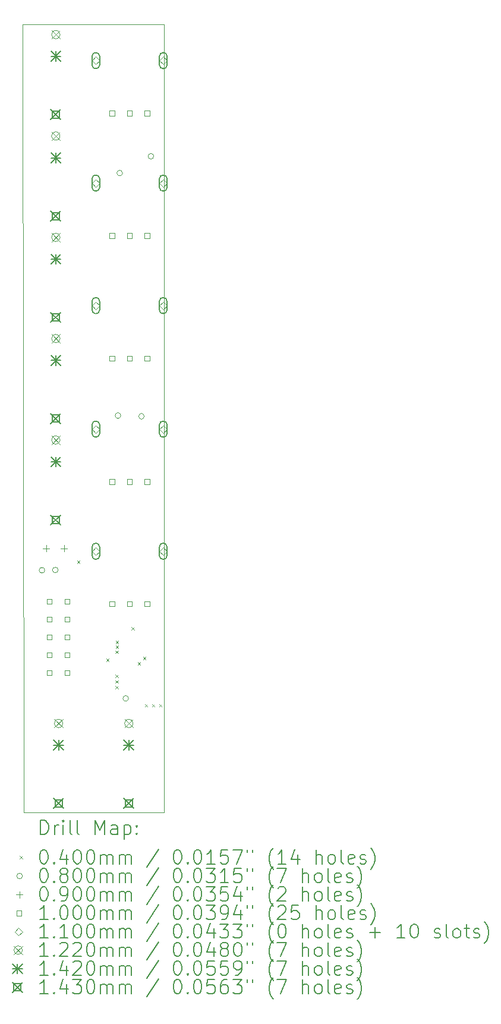
<source format=gbr>
%TF.GenerationSoftware,KiCad,Pcbnew,6.0.11+dfsg-1~bpo11+1*%
%TF.CreationDate,2023-12-01T17:46:11+08:00*%
%TF.ProjectId,MiniAttenuMix v0.3 - Main,4d696e69-4174-4746-956e-754d69782076,v0.3*%
%TF.SameCoordinates,Original*%
%TF.FileFunction,Drillmap*%
%TF.FilePolarity,Positive*%
%FSLAX45Y45*%
G04 Gerber Fmt 4.5, Leading zero omitted, Abs format (unit mm)*
G04 Created by KiCad (PCBNEW 6.0.11+dfsg-1~bpo11+1) date 2023-12-01 17:46:11*
%MOMM*%
%LPD*%
G01*
G04 APERTURE LIST*
%ADD10C,0.100000*%
%ADD11C,0.200000*%
%ADD12C,0.040000*%
%ADD13C,0.080000*%
%ADD14C,0.090000*%
%ADD15C,0.110000*%
%ADD16C,0.122000*%
%ADD17C,0.142000*%
%ADD18C,0.143000*%
G04 APERTURE END LIST*
D10*
X13990000Y-3800000D02*
X14000000Y-15020000D01*
X16000000Y-15020000D02*
X16000000Y-3800000D01*
X14000000Y-15020000D02*
X16000000Y-15020000D01*
X13990000Y-3800000D02*
X16000000Y-3800000D01*
D11*
D12*
X14762800Y-11435400D02*
X14802800Y-11475400D01*
X14802800Y-11435400D02*
X14762800Y-11475400D01*
X15178307Y-12831550D02*
X15218307Y-12871550D01*
X15218307Y-12831550D02*
X15178307Y-12871550D01*
X15309000Y-13060000D02*
X15349000Y-13100000D01*
X15349000Y-13060000D02*
X15309000Y-13100000D01*
X15309000Y-13140000D02*
X15349000Y-13180000D01*
X15349000Y-13140000D02*
X15309000Y-13180000D01*
X15309000Y-13220000D02*
X15349000Y-13260000D01*
X15349000Y-13220000D02*
X15309000Y-13260000D01*
X15310000Y-12717500D02*
X15350000Y-12757500D01*
X15350000Y-12717500D02*
X15310000Y-12757500D01*
X15312500Y-12575000D02*
X15352500Y-12615000D01*
X15352500Y-12575000D02*
X15312500Y-12615000D01*
X15312500Y-12642500D02*
X15352500Y-12682500D01*
X15352500Y-12642500D02*
X15312500Y-12682500D01*
X15540000Y-12382600D02*
X15580000Y-12422600D01*
X15580000Y-12382600D02*
X15540000Y-12422600D01*
X15626400Y-12883200D02*
X15666400Y-12923200D01*
X15666400Y-12883200D02*
X15626400Y-12923200D01*
X15702600Y-12807000D02*
X15742600Y-12847000D01*
X15742600Y-12807000D02*
X15702600Y-12847000D01*
X15728000Y-13480000D02*
X15768000Y-13520000D01*
X15768000Y-13480000D02*
X15728000Y-13520000D01*
X15829600Y-13480000D02*
X15869600Y-13520000D01*
X15869600Y-13480000D02*
X15829600Y-13520000D01*
X15931200Y-13480000D02*
X15971200Y-13520000D01*
X15971200Y-13480000D02*
X15931200Y-13520000D01*
D13*
X14302500Y-11572500D02*
G75*
G03*
X14302500Y-11572500I-40000J0D01*
G01*
X14492500Y-11570000D02*
G75*
G03*
X14492500Y-11570000I-40000J0D01*
G01*
X15385490Y-9370000D02*
G75*
G03*
X15385490Y-9370000I-40000J0D01*
G01*
X15410000Y-5915000D02*
G75*
G03*
X15410000Y-5915000I-40000J0D01*
G01*
X15495400Y-13399000D02*
G75*
G03*
X15495400Y-13399000I-40000J0D01*
G01*
X15720000Y-9380000D02*
G75*
G03*
X15720000Y-9380000I-40000J0D01*
G01*
X15854779Y-5674779D02*
G75*
G03*
X15854779Y-5674779I-40000J0D01*
G01*
D14*
X14323500Y-11215000D02*
X14323500Y-11305000D01*
X14278500Y-11260000D02*
X14368500Y-11260000D01*
X14577500Y-11215000D02*
X14577500Y-11305000D01*
X14532500Y-11260000D02*
X14622500Y-11260000D01*
D10*
X14405106Y-12052356D02*
X14405106Y-11981644D01*
X14334394Y-11981644D01*
X14334394Y-12052356D01*
X14405106Y-12052356D01*
X14405106Y-12306356D02*
X14405106Y-12235644D01*
X14334394Y-12235644D01*
X14334394Y-12306356D01*
X14405106Y-12306356D01*
X14405106Y-12560356D02*
X14405106Y-12489644D01*
X14334394Y-12489644D01*
X14334394Y-12560356D01*
X14405106Y-12560356D01*
X14405106Y-12814356D02*
X14405106Y-12743644D01*
X14334394Y-12743644D01*
X14334394Y-12814356D01*
X14405106Y-12814356D01*
X14405106Y-13068356D02*
X14405106Y-12997644D01*
X14334394Y-12997644D01*
X14334394Y-13068356D01*
X14405106Y-13068356D01*
X14659106Y-12052356D02*
X14659106Y-11981644D01*
X14588394Y-11981644D01*
X14588394Y-12052356D01*
X14659106Y-12052356D01*
X14659106Y-12306356D02*
X14659106Y-12235644D01*
X14588394Y-12235644D01*
X14588394Y-12306356D01*
X14659106Y-12306356D01*
X14659106Y-12560356D02*
X14659106Y-12489644D01*
X14588394Y-12489644D01*
X14588394Y-12560356D01*
X14659106Y-12560356D01*
X14659106Y-12814356D02*
X14659106Y-12743644D01*
X14588394Y-12743644D01*
X14588394Y-12814356D01*
X14659106Y-12814356D01*
X14659106Y-13068356D02*
X14659106Y-12997644D01*
X14588394Y-12997644D01*
X14588394Y-13068356D01*
X14659106Y-13068356D01*
X15295356Y-5097856D02*
X15295356Y-5027144D01*
X15224644Y-5027144D01*
X15224644Y-5097856D01*
X15295356Y-5097856D01*
X15295356Y-6842636D02*
X15295356Y-6771924D01*
X15224644Y-6771924D01*
X15224644Y-6842636D01*
X15295356Y-6842636D01*
X15295356Y-8587856D02*
X15295356Y-8517144D01*
X15224644Y-8517144D01*
X15224644Y-8587856D01*
X15295356Y-8587856D01*
X15295356Y-10347856D02*
X15295356Y-10277144D01*
X15224644Y-10277144D01*
X15224644Y-10347856D01*
X15295356Y-10347856D01*
X15295356Y-12087856D02*
X15295356Y-12017144D01*
X15224644Y-12017144D01*
X15224644Y-12087856D01*
X15295356Y-12087856D01*
X15545356Y-5097856D02*
X15545356Y-5027144D01*
X15474644Y-5027144D01*
X15474644Y-5097856D01*
X15545356Y-5097856D01*
X15545356Y-6842636D02*
X15545356Y-6771924D01*
X15474644Y-6771924D01*
X15474644Y-6842636D01*
X15545356Y-6842636D01*
X15545356Y-8587856D02*
X15545356Y-8517144D01*
X15474644Y-8517144D01*
X15474644Y-8587856D01*
X15545356Y-8587856D01*
X15545356Y-10347856D02*
X15545356Y-10277144D01*
X15474644Y-10277144D01*
X15474644Y-10347856D01*
X15545356Y-10347856D01*
X15545356Y-12087856D02*
X15545356Y-12017144D01*
X15474644Y-12017144D01*
X15474644Y-12087856D01*
X15545356Y-12087856D01*
X15795356Y-5097856D02*
X15795356Y-5027144D01*
X15724644Y-5027144D01*
X15724644Y-5097856D01*
X15795356Y-5097856D01*
X15795356Y-6842636D02*
X15795356Y-6771924D01*
X15724644Y-6771924D01*
X15724644Y-6842636D01*
X15795356Y-6842636D01*
X15795356Y-8587856D02*
X15795356Y-8517144D01*
X15724644Y-8517144D01*
X15724644Y-8587856D01*
X15795356Y-8587856D01*
X15795356Y-10347856D02*
X15795356Y-10277144D01*
X15724644Y-10277144D01*
X15724644Y-10347856D01*
X15795356Y-10347856D01*
X15795356Y-12087856D02*
X15795356Y-12017144D01*
X15724644Y-12017144D01*
X15724644Y-12087856D01*
X15795356Y-12087856D01*
D15*
X15030000Y-4367500D02*
X15085000Y-4312500D01*
X15030000Y-4257500D01*
X14975000Y-4312500D01*
X15030000Y-4367500D01*
D11*
X15085000Y-4372500D02*
X15085000Y-4252500D01*
X14975000Y-4372500D02*
X14975000Y-4252500D01*
X15085000Y-4252500D02*
G75*
G03*
X14975000Y-4252500I-55000J0D01*
G01*
X14975000Y-4372500D02*
G75*
G03*
X15085000Y-4372500I55000J0D01*
G01*
D15*
X15030000Y-6112280D02*
X15085000Y-6057280D01*
X15030000Y-6002280D01*
X14975000Y-6057280D01*
X15030000Y-6112280D01*
D11*
X15085000Y-6117280D02*
X15085000Y-5997280D01*
X14975000Y-6117280D02*
X14975000Y-5997280D01*
X15085000Y-5997280D02*
G75*
G03*
X14975000Y-5997280I-55000J0D01*
G01*
X14975000Y-6117280D02*
G75*
G03*
X15085000Y-6117280I55000J0D01*
G01*
D15*
X15030000Y-7857500D02*
X15085000Y-7802500D01*
X15030000Y-7747500D01*
X14975000Y-7802500D01*
X15030000Y-7857500D01*
D11*
X15085000Y-7862500D02*
X15085000Y-7742500D01*
X14975000Y-7862500D02*
X14975000Y-7742500D01*
X15085000Y-7742500D02*
G75*
G03*
X14975000Y-7742500I-55000J0D01*
G01*
X14975000Y-7862500D02*
G75*
G03*
X15085000Y-7862500I55000J0D01*
G01*
D15*
X15030000Y-9617500D02*
X15085000Y-9562500D01*
X15030000Y-9507500D01*
X14975000Y-9562500D01*
X15030000Y-9617500D01*
D11*
X15085000Y-9622500D02*
X15085000Y-9502500D01*
X14975000Y-9622500D02*
X14975000Y-9502500D01*
X15085000Y-9502500D02*
G75*
G03*
X14975000Y-9502500I-55000J0D01*
G01*
X14975000Y-9622500D02*
G75*
G03*
X15085000Y-9622500I55000J0D01*
G01*
D15*
X15030000Y-11357500D02*
X15085000Y-11302500D01*
X15030000Y-11247500D01*
X14975000Y-11302500D01*
X15030000Y-11357500D01*
D11*
X15085000Y-11362500D02*
X15085000Y-11242500D01*
X14975000Y-11362500D02*
X14975000Y-11242500D01*
X15085000Y-11242500D02*
G75*
G03*
X14975000Y-11242500I-55000J0D01*
G01*
X14975000Y-11362500D02*
G75*
G03*
X15085000Y-11362500I55000J0D01*
G01*
D15*
X15990000Y-4367500D02*
X16045000Y-4312500D01*
X15990000Y-4257500D01*
X15935000Y-4312500D01*
X15990000Y-4367500D01*
D11*
X16045000Y-4372500D02*
X16045000Y-4252500D01*
X15935000Y-4372500D02*
X15935000Y-4252500D01*
X16045000Y-4252500D02*
G75*
G03*
X15935000Y-4252500I-55000J0D01*
G01*
X15935000Y-4372500D02*
G75*
G03*
X16045000Y-4372500I55000J0D01*
G01*
D15*
X15990000Y-6112280D02*
X16045000Y-6057280D01*
X15990000Y-6002280D01*
X15935000Y-6057280D01*
X15990000Y-6112280D01*
D11*
X16045000Y-6117280D02*
X16045000Y-5997280D01*
X15935000Y-6117280D02*
X15935000Y-5997280D01*
X16045000Y-5997280D02*
G75*
G03*
X15935000Y-5997280I-55000J0D01*
G01*
X15935000Y-6117280D02*
G75*
G03*
X16045000Y-6117280I55000J0D01*
G01*
D15*
X15990000Y-7857500D02*
X16045000Y-7802500D01*
X15990000Y-7747500D01*
X15935000Y-7802500D01*
X15990000Y-7857500D01*
D11*
X16045000Y-7862500D02*
X16045000Y-7742500D01*
X15935000Y-7862500D02*
X15935000Y-7742500D01*
X16045000Y-7742500D02*
G75*
G03*
X15935000Y-7742500I-55000J0D01*
G01*
X15935000Y-7862500D02*
G75*
G03*
X16045000Y-7862500I55000J0D01*
G01*
D15*
X15990000Y-9617500D02*
X16045000Y-9562500D01*
X15990000Y-9507500D01*
X15935000Y-9562500D01*
X15990000Y-9617500D01*
D11*
X16045000Y-9622500D02*
X16045000Y-9502500D01*
X15935000Y-9622500D02*
X15935000Y-9502500D01*
X16045000Y-9502500D02*
G75*
G03*
X15935000Y-9502500I-55000J0D01*
G01*
X15935000Y-9622500D02*
G75*
G03*
X16045000Y-9622500I55000J0D01*
G01*
D15*
X15990000Y-11357500D02*
X16045000Y-11302500D01*
X15990000Y-11247500D01*
X15935000Y-11302500D01*
X15990000Y-11357500D01*
D11*
X16045000Y-11362500D02*
X16045000Y-11242500D01*
X15935000Y-11362500D02*
X15935000Y-11242500D01*
X16045000Y-11242500D02*
G75*
G03*
X15935000Y-11242500I-55000J0D01*
G01*
X15935000Y-11362500D02*
G75*
G03*
X16045000Y-11362500I55000J0D01*
G01*
D16*
X14399000Y-3881000D02*
X14521000Y-4003000D01*
X14521000Y-3881000D02*
X14399000Y-4003000D01*
X14521000Y-3942000D02*
G75*
G03*
X14521000Y-3942000I-61000J0D01*
G01*
X14399000Y-5326000D02*
X14521000Y-5448000D01*
X14521000Y-5326000D02*
X14399000Y-5448000D01*
X14521000Y-5387000D02*
G75*
G03*
X14521000Y-5387000I-61000J0D01*
G01*
X14399000Y-6769000D02*
X14521000Y-6891000D01*
X14521000Y-6769000D02*
X14399000Y-6891000D01*
X14521000Y-6830000D02*
G75*
G03*
X14521000Y-6830000I-61000J0D01*
G01*
X14399000Y-8211000D02*
X14521000Y-8333000D01*
X14521000Y-8211000D02*
X14399000Y-8333000D01*
X14521000Y-8272000D02*
G75*
G03*
X14521000Y-8272000I-61000J0D01*
G01*
X14399000Y-9656000D02*
X14521000Y-9778000D01*
X14521000Y-9656000D02*
X14399000Y-9778000D01*
X14521000Y-9717000D02*
G75*
G03*
X14521000Y-9717000I-61000J0D01*
G01*
X14439000Y-13694000D02*
X14561000Y-13816000D01*
X14561000Y-13694000D02*
X14439000Y-13816000D01*
X14561000Y-13755000D02*
G75*
G03*
X14561000Y-13755000I-61000J0D01*
G01*
X15439000Y-13694000D02*
X15561000Y-13816000D01*
X15561000Y-13694000D02*
X15439000Y-13816000D01*
X15561000Y-13755000D02*
G75*
G03*
X15561000Y-13755000I-61000J0D01*
G01*
D17*
X14389000Y-4181000D02*
X14531000Y-4323000D01*
X14531000Y-4181000D02*
X14389000Y-4323000D01*
X14460000Y-4181000D02*
X14460000Y-4323000D01*
X14389000Y-4252000D02*
X14531000Y-4252000D01*
X14389000Y-5626000D02*
X14531000Y-5768000D01*
X14531000Y-5626000D02*
X14389000Y-5768000D01*
X14460000Y-5626000D02*
X14460000Y-5768000D01*
X14389000Y-5697000D02*
X14531000Y-5697000D01*
X14389000Y-7069000D02*
X14531000Y-7211000D01*
X14531000Y-7069000D02*
X14389000Y-7211000D01*
X14460000Y-7069000D02*
X14460000Y-7211000D01*
X14389000Y-7140000D02*
X14531000Y-7140000D01*
X14389000Y-8511000D02*
X14531000Y-8653000D01*
X14531000Y-8511000D02*
X14389000Y-8653000D01*
X14460000Y-8511000D02*
X14460000Y-8653000D01*
X14389000Y-8582000D02*
X14531000Y-8582000D01*
X14389000Y-9956000D02*
X14531000Y-10098000D01*
X14531000Y-9956000D02*
X14389000Y-10098000D01*
X14460000Y-9956000D02*
X14460000Y-10098000D01*
X14389000Y-10027000D02*
X14531000Y-10027000D01*
X14429000Y-13994000D02*
X14571000Y-14136000D01*
X14571000Y-13994000D02*
X14429000Y-14136000D01*
X14500000Y-13994000D02*
X14500000Y-14136000D01*
X14429000Y-14065000D02*
X14571000Y-14065000D01*
X15429000Y-13994000D02*
X15571000Y-14136000D01*
X15571000Y-13994000D02*
X15429000Y-14136000D01*
X15500000Y-13994000D02*
X15500000Y-14136000D01*
X15429000Y-14065000D02*
X15571000Y-14065000D01*
D18*
X14388500Y-5010500D02*
X14531500Y-5153500D01*
X14531500Y-5010500D02*
X14388500Y-5153500D01*
X14510559Y-5132559D02*
X14510559Y-5031441D01*
X14409441Y-5031441D01*
X14409441Y-5132559D01*
X14510559Y-5132559D01*
X14388500Y-6455500D02*
X14531500Y-6598500D01*
X14531500Y-6455500D02*
X14388500Y-6598500D01*
X14510559Y-6577559D02*
X14510559Y-6476441D01*
X14409441Y-6476441D01*
X14409441Y-6577559D01*
X14510559Y-6577559D01*
X14388500Y-7898500D02*
X14531500Y-8041500D01*
X14531500Y-7898500D02*
X14388500Y-8041500D01*
X14510559Y-8020559D02*
X14510559Y-7919441D01*
X14409441Y-7919441D01*
X14409441Y-8020559D01*
X14510559Y-8020559D01*
X14388500Y-9340500D02*
X14531500Y-9483500D01*
X14531500Y-9340500D02*
X14388500Y-9483500D01*
X14510559Y-9462559D02*
X14510559Y-9361441D01*
X14409441Y-9361441D01*
X14409441Y-9462559D01*
X14510559Y-9462559D01*
X14388500Y-10785500D02*
X14531500Y-10928500D01*
X14531500Y-10785500D02*
X14388500Y-10928500D01*
X14510559Y-10907559D02*
X14510559Y-10806441D01*
X14409441Y-10806441D01*
X14409441Y-10907559D01*
X14510559Y-10907559D01*
X14428500Y-14823500D02*
X14571500Y-14966500D01*
X14571500Y-14823500D02*
X14428500Y-14966500D01*
X14550559Y-14945559D02*
X14550559Y-14844441D01*
X14449441Y-14844441D01*
X14449441Y-14945559D01*
X14550559Y-14945559D01*
X15428500Y-14823500D02*
X15571500Y-14966500D01*
X15571500Y-14823500D02*
X15428500Y-14966500D01*
X15550559Y-14945559D02*
X15550559Y-14844441D01*
X15449441Y-14844441D01*
X15449441Y-14945559D01*
X15550559Y-14945559D01*
D11*
X14242619Y-15335476D02*
X14242619Y-15135476D01*
X14290238Y-15135476D01*
X14318809Y-15145000D01*
X14337857Y-15164048D01*
X14347381Y-15183095D01*
X14356905Y-15221190D01*
X14356905Y-15249762D01*
X14347381Y-15287857D01*
X14337857Y-15306905D01*
X14318809Y-15325952D01*
X14290238Y-15335476D01*
X14242619Y-15335476D01*
X14442619Y-15335476D02*
X14442619Y-15202143D01*
X14442619Y-15240238D02*
X14452143Y-15221190D01*
X14461667Y-15211667D01*
X14480714Y-15202143D01*
X14499762Y-15202143D01*
X14566428Y-15335476D02*
X14566428Y-15202143D01*
X14566428Y-15135476D02*
X14556905Y-15145000D01*
X14566428Y-15154524D01*
X14575952Y-15145000D01*
X14566428Y-15135476D01*
X14566428Y-15154524D01*
X14690238Y-15335476D02*
X14671190Y-15325952D01*
X14661667Y-15306905D01*
X14661667Y-15135476D01*
X14795000Y-15335476D02*
X14775952Y-15325952D01*
X14766428Y-15306905D01*
X14766428Y-15135476D01*
X15023571Y-15335476D02*
X15023571Y-15135476D01*
X15090238Y-15278333D01*
X15156905Y-15135476D01*
X15156905Y-15335476D01*
X15337857Y-15335476D02*
X15337857Y-15230714D01*
X15328333Y-15211667D01*
X15309286Y-15202143D01*
X15271190Y-15202143D01*
X15252143Y-15211667D01*
X15337857Y-15325952D02*
X15318809Y-15335476D01*
X15271190Y-15335476D01*
X15252143Y-15325952D01*
X15242619Y-15306905D01*
X15242619Y-15287857D01*
X15252143Y-15268809D01*
X15271190Y-15259286D01*
X15318809Y-15259286D01*
X15337857Y-15249762D01*
X15433095Y-15202143D02*
X15433095Y-15402143D01*
X15433095Y-15211667D02*
X15452143Y-15202143D01*
X15490238Y-15202143D01*
X15509286Y-15211667D01*
X15518809Y-15221190D01*
X15528333Y-15240238D01*
X15528333Y-15297381D01*
X15518809Y-15316428D01*
X15509286Y-15325952D01*
X15490238Y-15335476D01*
X15452143Y-15335476D01*
X15433095Y-15325952D01*
X15614048Y-15316428D02*
X15623571Y-15325952D01*
X15614048Y-15335476D01*
X15604524Y-15325952D01*
X15614048Y-15316428D01*
X15614048Y-15335476D01*
X15614048Y-15211667D02*
X15623571Y-15221190D01*
X15614048Y-15230714D01*
X15604524Y-15221190D01*
X15614048Y-15211667D01*
X15614048Y-15230714D01*
D12*
X13945000Y-15645000D02*
X13985000Y-15685000D01*
X13985000Y-15645000D02*
X13945000Y-15685000D01*
D11*
X14280714Y-15555476D02*
X14299762Y-15555476D01*
X14318809Y-15565000D01*
X14328333Y-15574524D01*
X14337857Y-15593571D01*
X14347381Y-15631667D01*
X14347381Y-15679286D01*
X14337857Y-15717381D01*
X14328333Y-15736428D01*
X14318809Y-15745952D01*
X14299762Y-15755476D01*
X14280714Y-15755476D01*
X14261667Y-15745952D01*
X14252143Y-15736428D01*
X14242619Y-15717381D01*
X14233095Y-15679286D01*
X14233095Y-15631667D01*
X14242619Y-15593571D01*
X14252143Y-15574524D01*
X14261667Y-15565000D01*
X14280714Y-15555476D01*
X14433095Y-15736428D02*
X14442619Y-15745952D01*
X14433095Y-15755476D01*
X14423571Y-15745952D01*
X14433095Y-15736428D01*
X14433095Y-15755476D01*
X14614048Y-15622143D02*
X14614048Y-15755476D01*
X14566428Y-15545952D02*
X14518809Y-15688809D01*
X14642619Y-15688809D01*
X14756905Y-15555476D02*
X14775952Y-15555476D01*
X14795000Y-15565000D01*
X14804524Y-15574524D01*
X14814048Y-15593571D01*
X14823571Y-15631667D01*
X14823571Y-15679286D01*
X14814048Y-15717381D01*
X14804524Y-15736428D01*
X14795000Y-15745952D01*
X14775952Y-15755476D01*
X14756905Y-15755476D01*
X14737857Y-15745952D01*
X14728333Y-15736428D01*
X14718809Y-15717381D01*
X14709286Y-15679286D01*
X14709286Y-15631667D01*
X14718809Y-15593571D01*
X14728333Y-15574524D01*
X14737857Y-15565000D01*
X14756905Y-15555476D01*
X14947381Y-15555476D02*
X14966428Y-15555476D01*
X14985476Y-15565000D01*
X14995000Y-15574524D01*
X15004524Y-15593571D01*
X15014048Y-15631667D01*
X15014048Y-15679286D01*
X15004524Y-15717381D01*
X14995000Y-15736428D01*
X14985476Y-15745952D01*
X14966428Y-15755476D01*
X14947381Y-15755476D01*
X14928333Y-15745952D01*
X14918809Y-15736428D01*
X14909286Y-15717381D01*
X14899762Y-15679286D01*
X14899762Y-15631667D01*
X14909286Y-15593571D01*
X14918809Y-15574524D01*
X14928333Y-15565000D01*
X14947381Y-15555476D01*
X15099762Y-15755476D02*
X15099762Y-15622143D01*
X15099762Y-15641190D02*
X15109286Y-15631667D01*
X15128333Y-15622143D01*
X15156905Y-15622143D01*
X15175952Y-15631667D01*
X15185476Y-15650714D01*
X15185476Y-15755476D01*
X15185476Y-15650714D02*
X15195000Y-15631667D01*
X15214048Y-15622143D01*
X15242619Y-15622143D01*
X15261667Y-15631667D01*
X15271190Y-15650714D01*
X15271190Y-15755476D01*
X15366428Y-15755476D02*
X15366428Y-15622143D01*
X15366428Y-15641190D02*
X15375952Y-15631667D01*
X15395000Y-15622143D01*
X15423571Y-15622143D01*
X15442619Y-15631667D01*
X15452143Y-15650714D01*
X15452143Y-15755476D01*
X15452143Y-15650714D02*
X15461667Y-15631667D01*
X15480714Y-15622143D01*
X15509286Y-15622143D01*
X15528333Y-15631667D01*
X15537857Y-15650714D01*
X15537857Y-15755476D01*
X15928333Y-15545952D02*
X15756905Y-15803095D01*
X16185476Y-15555476D02*
X16204524Y-15555476D01*
X16223571Y-15565000D01*
X16233095Y-15574524D01*
X16242619Y-15593571D01*
X16252143Y-15631667D01*
X16252143Y-15679286D01*
X16242619Y-15717381D01*
X16233095Y-15736428D01*
X16223571Y-15745952D01*
X16204524Y-15755476D01*
X16185476Y-15755476D01*
X16166428Y-15745952D01*
X16156905Y-15736428D01*
X16147381Y-15717381D01*
X16137857Y-15679286D01*
X16137857Y-15631667D01*
X16147381Y-15593571D01*
X16156905Y-15574524D01*
X16166428Y-15565000D01*
X16185476Y-15555476D01*
X16337857Y-15736428D02*
X16347381Y-15745952D01*
X16337857Y-15755476D01*
X16328333Y-15745952D01*
X16337857Y-15736428D01*
X16337857Y-15755476D01*
X16471190Y-15555476D02*
X16490238Y-15555476D01*
X16509286Y-15565000D01*
X16518809Y-15574524D01*
X16528333Y-15593571D01*
X16537857Y-15631667D01*
X16537857Y-15679286D01*
X16528333Y-15717381D01*
X16518809Y-15736428D01*
X16509286Y-15745952D01*
X16490238Y-15755476D01*
X16471190Y-15755476D01*
X16452143Y-15745952D01*
X16442619Y-15736428D01*
X16433095Y-15717381D01*
X16423571Y-15679286D01*
X16423571Y-15631667D01*
X16433095Y-15593571D01*
X16442619Y-15574524D01*
X16452143Y-15565000D01*
X16471190Y-15555476D01*
X16728333Y-15755476D02*
X16614048Y-15755476D01*
X16671190Y-15755476D02*
X16671190Y-15555476D01*
X16652143Y-15584048D01*
X16633095Y-15603095D01*
X16614048Y-15612619D01*
X16909286Y-15555476D02*
X16814048Y-15555476D01*
X16804524Y-15650714D01*
X16814048Y-15641190D01*
X16833095Y-15631667D01*
X16880714Y-15631667D01*
X16899762Y-15641190D01*
X16909286Y-15650714D01*
X16918810Y-15669762D01*
X16918810Y-15717381D01*
X16909286Y-15736428D01*
X16899762Y-15745952D01*
X16880714Y-15755476D01*
X16833095Y-15755476D01*
X16814048Y-15745952D01*
X16804524Y-15736428D01*
X16985476Y-15555476D02*
X17118810Y-15555476D01*
X17033095Y-15755476D01*
X17185476Y-15555476D02*
X17185476Y-15593571D01*
X17261667Y-15555476D02*
X17261667Y-15593571D01*
X17556905Y-15831667D02*
X17547381Y-15822143D01*
X17528333Y-15793571D01*
X17518810Y-15774524D01*
X17509286Y-15745952D01*
X17499762Y-15698333D01*
X17499762Y-15660238D01*
X17509286Y-15612619D01*
X17518810Y-15584048D01*
X17528333Y-15565000D01*
X17547381Y-15536428D01*
X17556905Y-15526905D01*
X17737857Y-15755476D02*
X17623571Y-15755476D01*
X17680714Y-15755476D02*
X17680714Y-15555476D01*
X17661667Y-15584048D01*
X17642619Y-15603095D01*
X17623571Y-15612619D01*
X17909286Y-15622143D02*
X17909286Y-15755476D01*
X17861667Y-15545952D02*
X17814048Y-15688809D01*
X17937857Y-15688809D01*
X18166429Y-15755476D02*
X18166429Y-15555476D01*
X18252143Y-15755476D02*
X18252143Y-15650714D01*
X18242619Y-15631667D01*
X18223571Y-15622143D01*
X18195000Y-15622143D01*
X18175952Y-15631667D01*
X18166429Y-15641190D01*
X18375952Y-15755476D02*
X18356905Y-15745952D01*
X18347381Y-15736428D01*
X18337857Y-15717381D01*
X18337857Y-15660238D01*
X18347381Y-15641190D01*
X18356905Y-15631667D01*
X18375952Y-15622143D01*
X18404524Y-15622143D01*
X18423571Y-15631667D01*
X18433095Y-15641190D01*
X18442619Y-15660238D01*
X18442619Y-15717381D01*
X18433095Y-15736428D01*
X18423571Y-15745952D01*
X18404524Y-15755476D01*
X18375952Y-15755476D01*
X18556905Y-15755476D02*
X18537857Y-15745952D01*
X18528333Y-15726905D01*
X18528333Y-15555476D01*
X18709286Y-15745952D02*
X18690238Y-15755476D01*
X18652143Y-15755476D01*
X18633095Y-15745952D01*
X18623571Y-15726905D01*
X18623571Y-15650714D01*
X18633095Y-15631667D01*
X18652143Y-15622143D01*
X18690238Y-15622143D01*
X18709286Y-15631667D01*
X18718810Y-15650714D01*
X18718810Y-15669762D01*
X18623571Y-15688809D01*
X18795000Y-15745952D02*
X18814048Y-15755476D01*
X18852143Y-15755476D01*
X18871190Y-15745952D01*
X18880714Y-15726905D01*
X18880714Y-15717381D01*
X18871190Y-15698333D01*
X18852143Y-15688809D01*
X18823571Y-15688809D01*
X18804524Y-15679286D01*
X18795000Y-15660238D01*
X18795000Y-15650714D01*
X18804524Y-15631667D01*
X18823571Y-15622143D01*
X18852143Y-15622143D01*
X18871190Y-15631667D01*
X18947381Y-15831667D02*
X18956905Y-15822143D01*
X18975952Y-15793571D01*
X18985476Y-15774524D01*
X18995000Y-15745952D01*
X19004524Y-15698333D01*
X19004524Y-15660238D01*
X18995000Y-15612619D01*
X18985476Y-15584048D01*
X18975952Y-15565000D01*
X18956905Y-15536428D01*
X18947381Y-15526905D01*
D13*
X13985000Y-15929000D02*
G75*
G03*
X13985000Y-15929000I-40000J0D01*
G01*
D11*
X14280714Y-15819476D02*
X14299762Y-15819476D01*
X14318809Y-15829000D01*
X14328333Y-15838524D01*
X14337857Y-15857571D01*
X14347381Y-15895667D01*
X14347381Y-15943286D01*
X14337857Y-15981381D01*
X14328333Y-16000428D01*
X14318809Y-16009952D01*
X14299762Y-16019476D01*
X14280714Y-16019476D01*
X14261667Y-16009952D01*
X14252143Y-16000428D01*
X14242619Y-15981381D01*
X14233095Y-15943286D01*
X14233095Y-15895667D01*
X14242619Y-15857571D01*
X14252143Y-15838524D01*
X14261667Y-15829000D01*
X14280714Y-15819476D01*
X14433095Y-16000428D02*
X14442619Y-16009952D01*
X14433095Y-16019476D01*
X14423571Y-16009952D01*
X14433095Y-16000428D01*
X14433095Y-16019476D01*
X14556905Y-15905190D02*
X14537857Y-15895667D01*
X14528333Y-15886143D01*
X14518809Y-15867095D01*
X14518809Y-15857571D01*
X14528333Y-15838524D01*
X14537857Y-15829000D01*
X14556905Y-15819476D01*
X14595000Y-15819476D01*
X14614048Y-15829000D01*
X14623571Y-15838524D01*
X14633095Y-15857571D01*
X14633095Y-15867095D01*
X14623571Y-15886143D01*
X14614048Y-15895667D01*
X14595000Y-15905190D01*
X14556905Y-15905190D01*
X14537857Y-15914714D01*
X14528333Y-15924238D01*
X14518809Y-15943286D01*
X14518809Y-15981381D01*
X14528333Y-16000428D01*
X14537857Y-16009952D01*
X14556905Y-16019476D01*
X14595000Y-16019476D01*
X14614048Y-16009952D01*
X14623571Y-16000428D01*
X14633095Y-15981381D01*
X14633095Y-15943286D01*
X14623571Y-15924238D01*
X14614048Y-15914714D01*
X14595000Y-15905190D01*
X14756905Y-15819476D02*
X14775952Y-15819476D01*
X14795000Y-15829000D01*
X14804524Y-15838524D01*
X14814048Y-15857571D01*
X14823571Y-15895667D01*
X14823571Y-15943286D01*
X14814048Y-15981381D01*
X14804524Y-16000428D01*
X14795000Y-16009952D01*
X14775952Y-16019476D01*
X14756905Y-16019476D01*
X14737857Y-16009952D01*
X14728333Y-16000428D01*
X14718809Y-15981381D01*
X14709286Y-15943286D01*
X14709286Y-15895667D01*
X14718809Y-15857571D01*
X14728333Y-15838524D01*
X14737857Y-15829000D01*
X14756905Y-15819476D01*
X14947381Y-15819476D02*
X14966428Y-15819476D01*
X14985476Y-15829000D01*
X14995000Y-15838524D01*
X15004524Y-15857571D01*
X15014048Y-15895667D01*
X15014048Y-15943286D01*
X15004524Y-15981381D01*
X14995000Y-16000428D01*
X14985476Y-16009952D01*
X14966428Y-16019476D01*
X14947381Y-16019476D01*
X14928333Y-16009952D01*
X14918809Y-16000428D01*
X14909286Y-15981381D01*
X14899762Y-15943286D01*
X14899762Y-15895667D01*
X14909286Y-15857571D01*
X14918809Y-15838524D01*
X14928333Y-15829000D01*
X14947381Y-15819476D01*
X15099762Y-16019476D02*
X15099762Y-15886143D01*
X15099762Y-15905190D02*
X15109286Y-15895667D01*
X15128333Y-15886143D01*
X15156905Y-15886143D01*
X15175952Y-15895667D01*
X15185476Y-15914714D01*
X15185476Y-16019476D01*
X15185476Y-15914714D02*
X15195000Y-15895667D01*
X15214048Y-15886143D01*
X15242619Y-15886143D01*
X15261667Y-15895667D01*
X15271190Y-15914714D01*
X15271190Y-16019476D01*
X15366428Y-16019476D02*
X15366428Y-15886143D01*
X15366428Y-15905190D02*
X15375952Y-15895667D01*
X15395000Y-15886143D01*
X15423571Y-15886143D01*
X15442619Y-15895667D01*
X15452143Y-15914714D01*
X15452143Y-16019476D01*
X15452143Y-15914714D02*
X15461667Y-15895667D01*
X15480714Y-15886143D01*
X15509286Y-15886143D01*
X15528333Y-15895667D01*
X15537857Y-15914714D01*
X15537857Y-16019476D01*
X15928333Y-15809952D02*
X15756905Y-16067095D01*
X16185476Y-15819476D02*
X16204524Y-15819476D01*
X16223571Y-15829000D01*
X16233095Y-15838524D01*
X16242619Y-15857571D01*
X16252143Y-15895667D01*
X16252143Y-15943286D01*
X16242619Y-15981381D01*
X16233095Y-16000428D01*
X16223571Y-16009952D01*
X16204524Y-16019476D01*
X16185476Y-16019476D01*
X16166428Y-16009952D01*
X16156905Y-16000428D01*
X16147381Y-15981381D01*
X16137857Y-15943286D01*
X16137857Y-15895667D01*
X16147381Y-15857571D01*
X16156905Y-15838524D01*
X16166428Y-15829000D01*
X16185476Y-15819476D01*
X16337857Y-16000428D02*
X16347381Y-16009952D01*
X16337857Y-16019476D01*
X16328333Y-16009952D01*
X16337857Y-16000428D01*
X16337857Y-16019476D01*
X16471190Y-15819476D02*
X16490238Y-15819476D01*
X16509286Y-15829000D01*
X16518809Y-15838524D01*
X16528333Y-15857571D01*
X16537857Y-15895667D01*
X16537857Y-15943286D01*
X16528333Y-15981381D01*
X16518809Y-16000428D01*
X16509286Y-16009952D01*
X16490238Y-16019476D01*
X16471190Y-16019476D01*
X16452143Y-16009952D01*
X16442619Y-16000428D01*
X16433095Y-15981381D01*
X16423571Y-15943286D01*
X16423571Y-15895667D01*
X16433095Y-15857571D01*
X16442619Y-15838524D01*
X16452143Y-15829000D01*
X16471190Y-15819476D01*
X16604524Y-15819476D02*
X16728333Y-15819476D01*
X16661667Y-15895667D01*
X16690238Y-15895667D01*
X16709286Y-15905190D01*
X16718809Y-15914714D01*
X16728333Y-15933762D01*
X16728333Y-15981381D01*
X16718809Y-16000428D01*
X16709286Y-16009952D01*
X16690238Y-16019476D01*
X16633095Y-16019476D01*
X16614048Y-16009952D01*
X16604524Y-16000428D01*
X16918810Y-16019476D02*
X16804524Y-16019476D01*
X16861667Y-16019476D02*
X16861667Y-15819476D01*
X16842619Y-15848048D01*
X16823571Y-15867095D01*
X16804524Y-15876619D01*
X17099762Y-15819476D02*
X17004524Y-15819476D01*
X16995000Y-15914714D01*
X17004524Y-15905190D01*
X17023571Y-15895667D01*
X17071190Y-15895667D01*
X17090238Y-15905190D01*
X17099762Y-15914714D01*
X17109286Y-15933762D01*
X17109286Y-15981381D01*
X17099762Y-16000428D01*
X17090238Y-16009952D01*
X17071190Y-16019476D01*
X17023571Y-16019476D01*
X17004524Y-16009952D01*
X16995000Y-16000428D01*
X17185476Y-15819476D02*
X17185476Y-15857571D01*
X17261667Y-15819476D02*
X17261667Y-15857571D01*
X17556905Y-16095667D02*
X17547381Y-16086143D01*
X17528333Y-16057571D01*
X17518810Y-16038524D01*
X17509286Y-16009952D01*
X17499762Y-15962333D01*
X17499762Y-15924238D01*
X17509286Y-15876619D01*
X17518810Y-15848048D01*
X17528333Y-15829000D01*
X17547381Y-15800428D01*
X17556905Y-15790905D01*
X17614048Y-15819476D02*
X17747381Y-15819476D01*
X17661667Y-16019476D01*
X17975952Y-16019476D02*
X17975952Y-15819476D01*
X18061667Y-16019476D02*
X18061667Y-15914714D01*
X18052143Y-15895667D01*
X18033095Y-15886143D01*
X18004524Y-15886143D01*
X17985476Y-15895667D01*
X17975952Y-15905190D01*
X18185476Y-16019476D02*
X18166429Y-16009952D01*
X18156905Y-16000428D01*
X18147381Y-15981381D01*
X18147381Y-15924238D01*
X18156905Y-15905190D01*
X18166429Y-15895667D01*
X18185476Y-15886143D01*
X18214048Y-15886143D01*
X18233095Y-15895667D01*
X18242619Y-15905190D01*
X18252143Y-15924238D01*
X18252143Y-15981381D01*
X18242619Y-16000428D01*
X18233095Y-16009952D01*
X18214048Y-16019476D01*
X18185476Y-16019476D01*
X18366429Y-16019476D02*
X18347381Y-16009952D01*
X18337857Y-15990905D01*
X18337857Y-15819476D01*
X18518810Y-16009952D02*
X18499762Y-16019476D01*
X18461667Y-16019476D01*
X18442619Y-16009952D01*
X18433095Y-15990905D01*
X18433095Y-15914714D01*
X18442619Y-15895667D01*
X18461667Y-15886143D01*
X18499762Y-15886143D01*
X18518810Y-15895667D01*
X18528333Y-15914714D01*
X18528333Y-15933762D01*
X18433095Y-15952809D01*
X18604524Y-16009952D02*
X18623571Y-16019476D01*
X18661667Y-16019476D01*
X18680714Y-16009952D01*
X18690238Y-15990905D01*
X18690238Y-15981381D01*
X18680714Y-15962333D01*
X18661667Y-15952809D01*
X18633095Y-15952809D01*
X18614048Y-15943286D01*
X18604524Y-15924238D01*
X18604524Y-15914714D01*
X18614048Y-15895667D01*
X18633095Y-15886143D01*
X18661667Y-15886143D01*
X18680714Y-15895667D01*
X18756905Y-16095667D02*
X18766429Y-16086143D01*
X18785476Y-16057571D01*
X18795000Y-16038524D01*
X18804524Y-16009952D01*
X18814048Y-15962333D01*
X18814048Y-15924238D01*
X18804524Y-15876619D01*
X18795000Y-15848048D01*
X18785476Y-15829000D01*
X18766429Y-15800428D01*
X18756905Y-15790905D01*
D14*
X13940000Y-16148000D02*
X13940000Y-16238000D01*
X13895000Y-16193000D02*
X13985000Y-16193000D01*
D11*
X14280714Y-16083476D02*
X14299762Y-16083476D01*
X14318809Y-16093000D01*
X14328333Y-16102524D01*
X14337857Y-16121571D01*
X14347381Y-16159667D01*
X14347381Y-16207286D01*
X14337857Y-16245381D01*
X14328333Y-16264428D01*
X14318809Y-16273952D01*
X14299762Y-16283476D01*
X14280714Y-16283476D01*
X14261667Y-16273952D01*
X14252143Y-16264428D01*
X14242619Y-16245381D01*
X14233095Y-16207286D01*
X14233095Y-16159667D01*
X14242619Y-16121571D01*
X14252143Y-16102524D01*
X14261667Y-16093000D01*
X14280714Y-16083476D01*
X14433095Y-16264428D02*
X14442619Y-16273952D01*
X14433095Y-16283476D01*
X14423571Y-16273952D01*
X14433095Y-16264428D01*
X14433095Y-16283476D01*
X14537857Y-16283476D02*
X14575952Y-16283476D01*
X14595000Y-16273952D01*
X14604524Y-16264428D01*
X14623571Y-16235857D01*
X14633095Y-16197762D01*
X14633095Y-16121571D01*
X14623571Y-16102524D01*
X14614048Y-16093000D01*
X14595000Y-16083476D01*
X14556905Y-16083476D01*
X14537857Y-16093000D01*
X14528333Y-16102524D01*
X14518809Y-16121571D01*
X14518809Y-16169190D01*
X14528333Y-16188238D01*
X14537857Y-16197762D01*
X14556905Y-16207286D01*
X14595000Y-16207286D01*
X14614048Y-16197762D01*
X14623571Y-16188238D01*
X14633095Y-16169190D01*
X14756905Y-16083476D02*
X14775952Y-16083476D01*
X14795000Y-16093000D01*
X14804524Y-16102524D01*
X14814048Y-16121571D01*
X14823571Y-16159667D01*
X14823571Y-16207286D01*
X14814048Y-16245381D01*
X14804524Y-16264428D01*
X14795000Y-16273952D01*
X14775952Y-16283476D01*
X14756905Y-16283476D01*
X14737857Y-16273952D01*
X14728333Y-16264428D01*
X14718809Y-16245381D01*
X14709286Y-16207286D01*
X14709286Y-16159667D01*
X14718809Y-16121571D01*
X14728333Y-16102524D01*
X14737857Y-16093000D01*
X14756905Y-16083476D01*
X14947381Y-16083476D02*
X14966428Y-16083476D01*
X14985476Y-16093000D01*
X14995000Y-16102524D01*
X15004524Y-16121571D01*
X15014048Y-16159667D01*
X15014048Y-16207286D01*
X15004524Y-16245381D01*
X14995000Y-16264428D01*
X14985476Y-16273952D01*
X14966428Y-16283476D01*
X14947381Y-16283476D01*
X14928333Y-16273952D01*
X14918809Y-16264428D01*
X14909286Y-16245381D01*
X14899762Y-16207286D01*
X14899762Y-16159667D01*
X14909286Y-16121571D01*
X14918809Y-16102524D01*
X14928333Y-16093000D01*
X14947381Y-16083476D01*
X15099762Y-16283476D02*
X15099762Y-16150143D01*
X15099762Y-16169190D02*
X15109286Y-16159667D01*
X15128333Y-16150143D01*
X15156905Y-16150143D01*
X15175952Y-16159667D01*
X15185476Y-16178714D01*
X15185476Y-16283476D01*
X15185476Y-16178714D02*
X15195000Y-16159667D01*
X15214048Y-16150143D01*
X15242619Y-16150143D01*
X15261667Y-16159667D01*
X15271190Y-16178714D01*
X15271190Y-16283476D01*
X15366428Y-16283476D02*
X15366428Y-16150143D01*
X15366428Y-16169190D02*
X15375952Y-16159667D01*
X15395000Y-16150143D01*
X15423571Y-16150143D01*
X15442619Y-16159667D01*
X15452143Y-16178714D01*
X15452143Y-16283476D01*
X15452143Y-16178714D02*
X15461667Y-16159667D01*
X15480714Y-16150143D01*
X15509286Y-16150143D01*
X15528333Y-16159667D01*
X15537857Y-16178714D01*
X15537857Y-16283476D01*
X15928333Y-16073952D02*
X15756905Y-16331095D01*
X16185476Y-16083476D02*
X16204524Y-16083476D01*
X16223571Y-16093000D01*
X16233095Y-16102524D01*
X16242619Y-16121571D01*
X16252143Y-16159667D01*
X16252143Y-16207286D01*
X16242619Y-16245381D01*
X16233095Y-16264428D01*
X16223571Y-16273952D01*
X16204524Y-16283476D01*
X16185476Y-16283476D01*
X16166428Y-16273952D01*
X16156905Y-16264428D01*
X16147381Y-16245381D01*
X16137857Y-16207286D01*
X16137857Y-16159667D01*
X16147381Y-16121571D01*
X16156905Y-16102524D01*
X16166428Y-16093000D01*
X16185476Y-16083476D01*
X16337857Y-16264428D02*
X16347381Y-16273952D01*
X16337857Y-16283476D01*
X16328333Y-16273952D01*
X16337857Y-16264428D01*
X16337857Y-16283476D01*
X16471190Y-16083476D02*
X16490238Y-16083476D01*
X16509286Y-16093000D01*
X16518809Y-16102524D01*
X16528333Y-16121571D01*
X16537857Y-16159667D01*
X16537857Y-16207286D01*
X16528333Y-16245381D01*
X16518809Y-16264428D01*
X16509286Y-16273952D01*
X16490238Y-16283476D01*
X16471190Y-16283476D01*
X16452143Y-16273952D01*
X16442619Y-16264428D01*
X16433095Y-16245381D01*
X16423571Y-16207286D01*
X16423571Y-16159667D01*
X16433095Y-16121571D01*
X16442619Y-16102524D01*
X16452143Y-16093000D01*
X16471190Y-16083476D01*
X16604524Y-16083476D02*
X16728333Y-16083476D01*
X16661667Y-16159667D01*
X16690238Y-16159667D01*
X16709286Y-16169190D01*
X16718809Y-16178714D01*
X16728333Y-16197762D01*
X16728333Y-16245381D01*
X16718809Y-16264428D01*
X16709286Y-16273952D01*
X16690238Y-16283476D01*
X16633095Y-16283476D01*
X16614048Y-16273952D01*
X16604524Y-16264428D01*
X16909286Y-16083476D02*
X16814048Y-16083476D01*
X16804524Y-16178714D01*
X16814048Y-16169190D01*
X16833095Y-16159667D01*
X16880714Y-16159667D01*
X16899762Y-16169190D01*
X16909286Y-16178714D01*
X16918810Y-16197762D01*
X16918810Y-16245381D01*
X16909286Y-16264428D01*
X16899762Y-16273952D01*
X16880714Y-16283476D01*
X16833095Y-16283476D01*
X16814048Y-16273952D01*
X16804524Y-16264428D01*
X17090238Y-16150143D02*
X17090238Y-16283476D01*
X17042619Y-16073952D02*
X16995000Y-16216809D01*
X17118810Y-16216809D01*
X17185476Y-16083476D02*
X17185476Y-16121571D01*
X17261667Y-16083476D02*
X17261667Y-16121571D01*
X17556905Y-16359667D02*
X17547381Y-16350143D01*
X17528333Y-16321571D01*
X17518810Y-16302524D01*
X17509286Y-16273952D01*
X17499762Y-16226333D01*
X17499762Y-16188238D01*
X17509286Y-16140619D01*
X17518810Y-16112048D01*
X17528333Y-16093000D01*
X17547381Y-16064428D01*
X17556905Y-16054905D01*
X17623571Y-16102524D02*
X17633095Y-16093000D01*
X17652143Y-16083476D01*
X17699762Y-16083476D01*
X17718810Y-16093000D01*
X17728333Y-16102524D01*
X17737857Y-16121571D01*
X17737857Y-16140619D01*
X17728333Y-16169190D01*
X17614048Y-16283476D01*
X17737857Y-16283476D01*
X17975952Y-16283476D02*
X17975952Y-16083476D01*
X18061667Y-16283476D02*
X18061667Y-16178714D01*
X18052143Y-16159667D01*
X18033095Y-16150143D01*
X18004524Y-16150143D01*
X17985476Y-16159667D01*
X17975952Y-16169190D01*
X18185476Y-16283476D02*
X18166429Y-16273952D01*
X18156905Y-16264428D01*
X18147381Y-16245381D01*
X18147381Y-16188238D01*
X18156905Y-16169190D01*
X18166429Y-16159667D01*
X18185476Y-16150143D01*
X18214048Y-16150143D01*
X18233095Y-16159667D01*
X18242619Y-16169190D01*
X18252143Y-16188238D01*
X18252143Y-16245381D01*
X18242619Y-16264428D01*
X18233095Y-16273952D01*
X18214048Y-16283476D01*
X18185476Y-16283476D01*
X18366429Y-16283476D02*
X18347381Y-16273952D01*
X18337857Y-16254905D01*
X18337857Y-16083476D01*
X18518810Y-16273952D02*
X18499762Y-16283476D01*
X18461667Y-16283476D01*
X18442619Y-16273952D01*
X18433095Y-16254905D01*
X18433095Y-16178714D01*
X18442619Y-16159667D01*
X18461667Y-16150143D01*
X18499762Y-16150143D01*
X18518810Y-16159667D01*
X18528333Y-16178714D01*
X18528333Y-16197762D01*
X18433095Y-16216809D01*
X18604524Y-16273952D02*
X18623571Y-16283476D01*
X18661667Y-16283476D01*
X18680714Y-16273952D01*
X18690238Y-16254905D01*
X18690238Y-16245381D01*
X18680714Y-16226333D01*
X18661667Y-16216809D01*
X18633095Y-16216809D01*
X18614048Y-16207286D01*
X18604524Y-16188238D01*
X18604524Y-16178714D01*
X18614048Y-16159667D01*
X18633095Y-16150143D01*
X18661667Y-16150143D01*
X18680714Y-16159667D01*
X18756905Y-16359667D02*
X18766429Y-16350143D01*
X18785476Y-16321571D01*
X18795000Y-16302524D01*
X18804524Y-16273952D01*
X18814048Y-16226333D01*
X18814048Y-16188238D01*
X18804524Y-16140619D01*
X18795000Y-16112048D01*
X18785476Y-16093000D01*
X18766429Y-16064428D01*
X18756905Y-16054905D01*
D10*
X13970356Y-16492356D02*
X13970356Y-16421644D01*
X13899644Y-16421644D01*
X13899644Y-16492356D01*
X13970356Y-16492356D01*
D11*
X14347381Y-16547476D02*
X14233095Y-16547476D01*
X14290238Y-16547476D02*
X14290238Y-16347476D01*
X14271190Y-16376048D01*
X14252143Y-16395095D01*
X14233095Y-16404619D01*
X14433095Y-16528428D02*
X14442619Y-16537952D01*
X14433095Y-16547476D01*
X14423571Y-16537952D01*
X14433095Y-16528428D01*
X14433095Y-16547476D01*
X14566428Y-16347476D02*
X14585476Y-16347476D01*
X14604524Y-16357000D01*
X14614048Y-16366524D01*
X14623571Y-16385571D01*
X14633095Y-16423667D01*
X14633095Y-16471286D01*
X14623571Y-16509381D01*
X14614048Y-16528428D01*
X14604524Y-16537952D01*
X14585476Y-16547476D01*
X14566428Y-16547476D01*
X14547381Y-16537952D01*
X14537857Y-16528428D01*
X14528333Y-16509381D01*
X14518809Y-16471286D01*
X14518809Y-16423667D01*
X14528333Y-16385571D01*
X14537857Y-16366524D01*
X14547381Y-16357000D01*
X14566428Y-16347476D01*
X14756905Y-16347476D02*
X14775952Y-16347476D01*
X14795000Y-16357000D01*
X14804524Y-16366524D01*
X14814048Y-16385571D01*
X14823571Y-16423667D01*
X14823571Y-16471286D01*
X14814048Y-16509381D01*
X14804524Y-16528428D01*
X14795000Y-16537952D01*
X14775952Y-16547476D01*
X14756905Y-16547476D01*
X14737857Y-16537952D01*
X14728333Y-16528428D01*
X14718809Y-16509381D01*
X14709286Y-16471286D01*
X14709286Y-16423667D01*
X14718809Y-16385571D01*
X14728333Y-16366524D01*
X14737857Y-16357000D01*
X14756905Y-16347476D01*
X14947381Y-16347476D02*
X14966428Y-16347476D01*
X14985476Y-16357000D01*
X14995000Y-16366524D01*
X15004524Y-16385571D01*
X15014048Y-16423667D01*
X15014048Y-16471286D01*
X15004524Y-16509381D01*
X14995000Y-16528428D01*
X14985476Y-16537952D01*
X14966428Y-16547476D01*
X14947381Y-16547476D01*
X14928333Y-16537952D01*
X14918809Y-16528428D01*
X14909286Y-16509381D01*
X14899762Y-16471286D01*
X14899762Y-16423667D01*
X14909286Y-16385571D01*
X14918809Y-16366524D01*
X14928333Y-16357000D01*
X14947381Y-16347476D01*
X15099762Y-16547476D02*
X15099762Y-16414143D01*
X15099762Y-16433190D02*
X15109286Y-16423667D01*
X15128333Y-16414143D01*
X15156905Y-16414143D01*
X15175952Y-16423667D01*
X15185476Y-16442714D01*
X15185476Y-16547476D01*
X15185476Y-16442714D02*
X15195000Y-16423667D01*
X15214048Y-16414143D01*
X15242619Y-16414143D01*
X15261667Y-16423667D01*
X15271190Y-16442714D01*
X15271190Y-16547476D01*
X15366428Y-16547476D02*
X15366428Y-16414143D01*
X15366428Y-16433190D02*
X15375952Y-16423667D01*
X15395000Y-16414143D01*
X15423571Y-16414143D01*
X15442619Y-16423667D01*
X15452143Y-16442714D01*
X15452143Y-16547476D01*
X15452143Y-16442714D02*
X15461667Y-16423667D01*
X15480714Y-16414143D01*
X15509286Y-16414143D01*
X15528333Y-16423667D01*
X15537857Y-16442714D01*
X15537857Y-16547476D01*
X15928333Y-16337952D02*
X15756905Y-16595095D01*
X16185476Y-16347476D02*
X16204524Y-16347476D01*
X16223571Y-16357000D01*
X16233095Y-16366524D01*
X16242619Y-16385571D01*
X16252143Y-16423667D01*
X16252143Y-16471286D01*
X16242619Y-16509381D01*
X16233095Y-16528428D01*
X16223571Y-16537952D01*
X16204524Y-16547476D01*
X16185476Y-16547476D01*
X16166428Y-16537952D01*
X16156905Y-16528428D01*
X16147381Y-16509381D01*
X16137857Y-16471286D01*
X16137857Y-16423667D01*
X16147381Y-16385571D01*
X16156905Y-16366524D01*
X16166428Y-16357000D01*
X16185476Y-16347476D01*
X16337857Y-16528428D02*
X16347381Y-16537952D01*
X16337857Y-16547476D01*
X16328333Y-16537952D01*
X16337857Y-16528428D01*
X16337857Y-16547476D01*
X16471190Y-16347476D02*
X16490238Y-16347476D01*
X16509286Y-16357000D01*
X16518809Y-16366524D01*
X16528333Y-16385571D01*
X16537857Y-16423667D01*
X16537857Y-16471286D01*
X16528333Y-16509381D01*
X16518809Y-16528428D01*
X16509286Y-16537952D01*
X16490238Y-16547476D01*
X16471190Y-16547476D01*
X16452143Y-16537952D01*
X16442619Y-16528428D01*
X16433095Y-16509381D01*
X16423571Y-16471286D01*
X16423571Y-16423667D01*
X16433095Y-16385571D01*
X16442619Y-16366524D01*
X16452143Y-16357000D01*
X16471190Y-16347476D01*
X16604524Y-16347476D02*
X16728333Y-16347476D01*
X16661667Y-16423667D01*
X16690238Y-16423667D01*
X16709286Y-16433190D01*
X16718809Y-16442714D01*
X16728333Y-16461762D01*
X16728333Y-16509381D01*
X16718809Y-16528428D01*
X16709286Y-16537952D01*
X16690238Y-16547476D01*
X16633095Y-16547476D01*
X16614048Y-16537952D01*
X16604524Y-16528428D01*
X16823571Y-16547476D02*
X16861667Y-16547476D01*
X16880714Y-16537952D01*
X16890238Y-16528428D01*
X16909286Y-16499857D01*
X16918810Y-16461762D01*
X16918810Y-16385571D01*
X16909286Y-16366524D01*
X16899762Y-16357000D01*
X16880714Y-16347476D01*
X16842619Y-16347476D01*
X16823571Y-16357000D01*
X16814048Y-16366524D01*
X16804524Y-16385571D01*
X16804524Y-16433190D01*
X16814048Y-16452238D01*
X16823571Y-16461762D01*
X16842619Y-16471286D01*
X16880714Y-16471286D01*
X16899762Y-16461762D01*
X16909286Y-16452238D01*
X16918810Y-16433190D01*
X17090238Y-16414143D02*
X17090238Y-16547476D01*
X17042619Y-16337952D02*
X16995000Y-16480809D01*
X17118810Y-16480809D01*
X17185476Y-16347476D02*
X17185476Y-16385571D01*
X17261667Y-16347476D02*
X17261667Y-16385571D01*
X17556905Y-16623667D02*
X17547381Y-16614143D01*
X17528333Y-16585571D01*
X17518810Y-16566524D01*
X17509286Y-16537952D01*
X17499762Y-16490333D01*
X17499762Y-16452238D01*
X17509286Y-16404619D01*
X17518810Y-16376048D01*
X17528333Y-16357000D01*
X17547381Y-16328428D01*
X17556905Y-16318905D01*
X17623571Y-16366524D02*
X17633095Y-16357000D01*
X17652143Y-16347476D01*
X17699762Y-16347476D01*
X17718810Y-16357000D01*
X17728333Y-16366524D01*
X17737857Y-16385571D01*
X17737857Y-16404619D01*
X17728333Y-16433190D01*
X17614048Y-16547476D01*
X17737857Y-16547476D01*
X17918810Y-16347476D02*
X17823571Y-16347476D01*
X17814048Y-16442714D01*
X17823571Y-16433190D01*
X17842619Y-16423667D01*
X17890238Y-16423667D01*
X17909286Y-16433190D01*
X17918810Y-16442714D01*
X17928333Y-16461762D01*
X17928333Y-16509381D01*
X17918810Y-16528428D01*
X17909286Y-16537952D01*
X17890238Y-16547476D01*
X17842619Y-16547476D01*
X17823571Y-16537952D01*
X17814048Y-16528428D01*
X18166429Y-16547476D02*
X18166429Y-16347476D01*
X18252143Y-16547476D02*
X18252143Y-16442714D01*
X18242619Y-16423667D01*
X18223571Y-16414143D01*
X18195000Y-16414143D01*
X18175952Y-16423667D01*
X18166429Y-16433190D01*
X18375952Y-16547476D02*
X18356905Y-16537952D01*
X18347381Y-16528428D01*
X18337857Y-16509381D01*
X18337857Y-16452238D01*
X18347381Y-16433190D01*
X18356905Y-16423667D01*
X18375952Y-16414143D01*
X18404524Y-16414143D01*
X18423571Y-16423667D01*
X18433095Y-16433190D01*
X18442619Y-16452238D01*
X18442619Y-16509381D01*
X18433095Y-16528428D01*
X18423571Y-16537952D01*
X18404524Y-16547476D01*
X18375952Y-16547476D01*
X18556905Y-16547476D02*
X18537857Y-16537952D01*
X18528333Y-16518905D01*
X18528333Y-16347476D01*
X18709286Y-16537952D02*
X18690238Y-16547476D01*
X18652143Y-16547476D01*
X18633095Y-16537952D01*
X18623571Y-16518905D01*
X18623571Y-16442714D01*
X18633095Y-16423667D01*
X18652143Y-16414143D01*
X18690238Y-16414143D01*
X18709286Y-16423667D01*
X18718810Y-16442714D01*
X18718810Y-16461762D01*
X18623571Y-16480809D01*
X18795000Y-16537952D02*
X18814048Y-16547476D01*
X18852143Y-16547476D01*
X18871190Y-16537952D01*
X18880714Y-16518905D01*
X18880714Y-16509381D01*
X18871190Y-16490333D01*
X18852143Y-16480809D01*
X18823571Y-16480809D01*
X18804524Y-16471286D01*
X18795000Y-16452238D01*
X18795000Y-16442714D01*
X18804524Y-16423667D01*
X18823571Y-16414143D01*
X18852143Y-16414143D01*
X18871190Y-16423667D01*
X18947381Y-16623667D02*
X18956905Y-16614143D01*
X18975952Y-16585571D01*
X18985476Y-16566524D01*
X18995000Y-16537952D01*
X19004524Y-16490333D01*
X19004524Y-16452238D01*
X18995000Y-16404619D01*
X18985476Y-16376048D01*
X18975952Y-16357000D01*
X18956905Y-16328428D01*
X18947381Y-16318905D01*
D15*
X13930000Y-16776000D02*
X13985000Y-16721000D01*
X13930000Y-16666000D01*
X13875000Y-16721000D01*
X13930000Y-16776000D01*
D11*
X14347381Y-16811476D02*
X14233095Y-16811476D01*
X14290238Y-16811476D02*
X14290238Y-16611476D01*
X14271190Y-16640048D01*
X14252143Y-16659095D01*
X14233095Y-16668619D01*
X14433095Y-16792429D02*
X14442619Y-16801952D01*
X14433095Y-16811476D01*
X14423571Y-16801952D01*
X14433095Y-16792429D01*
X14433095Y-16811476D01*
X14633095Y-16811476D02*
X14518809Y-16811476D01*
X14575952Y-16811476D02*
X14575952Y-16611476D01*
X14556905Y-16640048D01*
X14537857Y-16659095D01*
X14518809Y-16668619D01*
X14756905Y-16611476D02*
X14775952Y-16611476D01*
X14795000Y-16621000D01*
X14804524Y-16630524D01*
X14814048Y-16649571D01*
X14823571Y-16687667D01*
X14823571Y-16735286D01*
X14814048Y-16773381D01*
X14804524Y-16792429D01*
X14795000Y-16801952D01*
X14775952Y-16811476D01*
X14756905Y-16811476D01*
X14737857Y-16801952D01*
X14728333Y-16792429D01*
X14718809Y-16773381D01*
X14709286Y-16735286D01*
X14709286Y-16687667D01*
X14718809Y-16649571D01*
X14728333Y-16630524D01*
X14737857Y-16621000D01*
X14756905Y-16611476D01*
X14947381Y-16611476D02*
X14966428Y-16611476D01*
X14985476Y-16621000D01*
X14995000Y-16630524D01*
X15004524Y-16649571D01*
X15014048Y-16687667D01*
X15014048Y-16735286D01*
X15004524Y-16773381D01*
X14995000Y-16792429D01*
X14985476Y-16801952D01*
X14966428Y-16811476D01*
X14947381Y-16811476D01*
X14928333Y-16801952D01*
X14918809Y-16792429D01*
X14909286Y-16773381D01*
X14899762Y-16735286D01*
X14899762Y-16687667D01*
X14909286Y-16649571D01*
X14918809Y-16630524D01*
X14928333Y-16621000D01*
X14947381Y-16611476D01*
X15099762Y-16811476D02*
X15099762Y-16678143D01*
X15099762Y-16697190D02*
X15109286Y-16687667D01*
X15128333Y-16678143D01*
X15156905Y-16678143D01*
X15175952Y-16687667D01*
X15185476Y-16706714D01*
X15185476Y-16811476D01*
X15185476Y-16706714D02*
X15195000Y-16687667D01*
X15214048Y-16678143D01*
X15242619Y-16678143D01*
X15261667Y-16687667D01*
X15271190Y-16706714D01*
X15271190Y-16811476D01*
X15366428Y-16811476D02*
X15366428Y-16678143D01*
X15366428Y-16697190D02*
X15375952Y-16687667D01*
X15395000Y-16678143D01*
X15423571Y-16678143D01*
X15442619Y-16687667D01*
X15452143Y-16706714D01*
X15452143Y-16811476D01*
X15452143Y-16706714D02*
X15461667Y-16687667D01*
X15480714Y-16678143D01*
X15509286Y-16678143D01*
X15528333Y-16687667D01*
X15537857Y-16706714D01*
X15537857Y-16811476D01*
X15928333Y-16601952D02*
X15756905Y-16859095D01*
X16185476Y-16611476D02*
X16204524Y-16611476D01*
X16223571Y-16621000D01*
X16233095Y-16630524D01*
X16242619Y-16649571D01*
X16252143Y-16687667D01*
X16252143Y-16735286D01*
X16242619Y-16773381D01*
X16233095Y-16792429D01*
X16223571Y-16801952D01*
X16204524Y-16811476D01*
X16185476Y-16811476D01*
X16166428Y-16801952D01*
X16156905Y-16792429D01*
X16147381Y-16773381D01*
X16137857Y-16735286D01*
X16137857Y-16687667D01*
X16147381Y-16649571D01*
X16156905Y-16630524D01*
X16166428Y-16621000D01*
X16185476Y-16611476D01*
X16337857Y-16792429D02*
X16347381Y-16801952D01*
X16337857Y-16811476D01*
X16328333Y-16801952D01*
X16337857Y-16792429D01*
X16337857Y-16811476D01*
X16471190Y-16611476D02*
X16490238Y-16611476D01*
X16509286Y-16621000D01*
X16518809Y-16630524D01*
X16528333Y-16649571D01*
X16537857Y-16687667D01*
X16537857Y-16735286D01*
X16528333Y-16773381D01*
X16518809Y-16792429D01*
X16509286Y-16801952D01*
X16490238Y-16811476D01*
X16471190Y-16811476D01*
X16452143Y-16801952D01*
X16442619Y-16792429D01*
X16433095Y-16773381D01*
X16423571Y-16735286D01*
X16423571Y-16687667D01*
X16433095Y-16649571D01*
X16442619Y-16630524D01*
X16452143Y-16621000D01*
X16471190Y-16611476D01*
X16709286Y-16678143D02*
X16709286Y-16811476D01*
X16661667Y-16601952D02*
X16614048Y-16744809D01*
X16737857Y-16744809D01*
X16795000Y-16611476D02*
X16918810Y-16611476D01*
X16852143Y-16687667D01*
X16880714Y-16687667D01*
X16899762Y-16697190D01*
X16909286Y-16706714D01*
X16918810Y-16725762D01*
X16918810Y-16773381D01*
X16909286Y-16792429D01*
X16899762Y-16801952D01*
X16880714Y-16811476D01*
X16823571Y-16811476D01*
X16804524Y-16801952D01*
X16795000Y-16792429D01*
X16985476Y-16611476D02*
X17109286Y-16611476D01*
X17042619Y-16687667D01*
X17071190Y-16687667D01*
X17090238Y-16697190D01*
X17099762Y-16706714D01*
X17109286Y-16725762D01*
X17109286Y-16773381D01*
X17099762Y-16792429D01*
X17090238Y-16801952D01*
X17071190Y-16811476D01*
X17014048Y-16811476D01*
X16995000Y-16801952D01*
X16985476Y-16792429D01*
X17185476Y-16611476D02*
X17185476Y-16649571D01*
X17261667Y-16611476D02*
X17261667Y-16649571D01*
X17556905Y-16887667D02*
X17547381Y-16878143D01*
X17528333Y-16849571D01*
X17518810Y-16830524D01*
X17509286Y-16801952D01*
X17499762Y-16754333D01*
X17499762Y-16716238D01*
X17509286Y-16668619D01*
X17518810Y-16640048D01*
X17528333Y-16621000D01*
X17547381Y-16592428D01*
X17556905Y-16582905D01*
X17671190Y-16611476D02*
X17690238Y-16611476D01*
X17709286Y-16621000D01*
X17718810Y-16630524D01*
X17728333Y-16649571D01*
X17737857Y-16687667D01*
X17737857Y-16735286D01*
X17728333Y-16773381D01*
X17718810Y-16792429D01*
X17709286Y-16801952D01*
X17690238Y-16811476D01*
X17671190Y-16811476D01*
X17652143Y-16801952D01*
X17642619Y-16792429D01*
X17633095Y-16773381D01*
X17623571Y-16735286D01*
X17623571Y-16687667D01*
X17633095Y-16649571D01*
X17642619Y-16630524D01*
X17652143Y-16621000D01*
X17671190Y-16611476D01*
X17975952Y-16811476D02*
X17975952Y-16611476D01*
X18061667Y-16811476D02*
X18061667Y-16706714D01*
X18052143Y-16687667D01*
X18033095Y-16678143D01*
X18004524Y-16678143D01*
X17985476Y-16687667D01*
X17975952Y-16697190D01*
X18185476Y-16811476D02*
X18166429Y-16801952D01*
X18156905Y-16792429D01*
X18147381Y-16773381D01*
X18147381Y-16716238D01*
X18156905Y-16697190D01*
X18166429Y-16687667D01*
X18185476Y-16678143D01*
X18214048Y-16678143D01*
X18233095Y-16687667D01*
X18242619Y-16697190D01*
X18252143Y-16716238D01*
X18252143Y-16773381D01*
X18242619Y-16792429D01*
X18233095Y-16801952D01*
X18214048Y-16811476D01*
X18185476Y-16811476D01*
X18366429Y-16811476D02*
X18347381Y-16801952D01*
X18337857Y-16782905D01*
X18337857Y-16611476D01*
X18518810Y-16801952D02*
X18499762Y-16811476D01*
X18461667Y-16811476D01*
X18442619Y-16801952D01*
X18433095Y-16782905D01*
X18433095Y-16706714D01*
X18442619Y-16687667D01*
X18461667Y-16678143D01*
X18499762Y-16678143D01*
X18518810Y-16687667D01*
X18528333Y-16706714D01*
X18528333Y-16725762D01*
X18433095Y-16744809D01*
X18604524Y-16801952D02*
X18623571Y-16811476D01*
X18661667Y-16811476D01*
X18680714Y-16801952D01*
X18690238Y-16782905D01*
X18690238Y-16773381D01*
X18680714Y-16754333D01*
X18661667Y-16744809D01*
X18633095Y-16744809D01*
X18614048Y-16735286D01*
X18604524Y-16716238D01*
X18604524Y-16706714D01*
X18614048Y-16687667D01*
X18633095Y-16678143D01*
X18661667Y-16678143D01*
X18680714Y-16687667D01*
X18928333Y-16735286D02*
X19080714Y-16735286D01*
X19004524Y-16811476D02*
X19004524Y-16659095D01*
X19433095Y-16811476D02*
X19318810Y-16811476D01*
X19375952Y-16811476D02*
X19375952Y-16611476D01*
X19356905Y-16640048D01*
X19337857Y-16659095D01*
X19318810Y-16668619D01*
X19556905Y-16611476D02*
X19575952Y-16611476D01*
X19595000Y-16621000D01*
X19604524Y-16630524D01*
X19614048Y-16649571D01*
X19623571Y-16687667D01*
X19623571Y-16735286D01*
X19614048Y-16773381D01*
X19604524Y-16792429D01*
X19595000Y-16801952D01*
X19575952Y-16811476D01*
X19556905Y-16811476D01*
X19537857Y-16801952D01*
X19528333Y-16792429D01*
X19518810Y-16773381D01*
X19509286Y-16735286D01*
X19509286Y-16687667D01*
X19518810Y-16649571D01*
X19528333Y-16630524D01*
X19537857Y-16621000D01*
X19556905Y-16611476D01*
X19852143Y-16801952D02*
X19871190Y-16811476D01*
X19909286Y-16811476D01*
X19928333Y-16801952D01*
X19937857Y-16782905D01*
X19937857Y-16773381D01*
X19928333Y-16754333D01*
X19909286Y-16744809D01*
X19880714Y-16744809D01*
X19861667Y-16735286D01*
X19852143Y-16716238D01*
X19852143Y-16706714D01*
X19861667Y-16687667D01*
X19880714Y-16678143D01*
X19909286Y-16678143D01*
X19928333Y-16687667D01*
X20052143Y-16811476D02*
X20033095Y-16801952D01*
X20023571Y-16782905D01*
X20023571Y-16611476D01*
X20156905Y-16811476D02*
X20137857Y-16801952D01*
X20128333Y-16792429D01*
X20118810Y-16773381D01*
X20118810Y-16716238D01*
X20128333Y-16697190D01*
X20137857Y-16687667D01*
X20156905Y-16678143D01*
X20185476Y-16678143D01*
X20204524Y-16687667D01*
X20214048Y-16697190D01*
X20223571Y-16716238D01*
X20223571Y-16773381D01*
X20214048Y-16792429D01*
X20204524Y-16801952D01*
X20185476Y-16811476D01*
X20156905Y-16811476D01*
X20280714Y-16678143D02*
X20356905Y-16678143D01*
X20309286Y-16611476D02*
X20309286Y-16782905D01*
X20318810Y-16801952D01*
X20337857Y-16811476D01*
X20356905Y-16811476D01*
X20414048Y-16801952D02*
X20433095Y-16811476D01*
X20471190Y-16811476D01*
X20490238Y-16801952D01*
X20499762Y-16782905D01*
X20499762Y-16773381D01*
X20490238Y-16754333D01*
X20471190Y-16744809D01*
X20442619Y-16744809D01*
X20423571Y-16735286D01*
X20414048Y-16716238D01*
X20414048Y-16706714D01*
X20423571Y-16687667D01*
X20442619Y-16678143D01*
X20471190Y-16678143D01*
X20490238Y-16687667D01*
X20566429Y-16887667D02*
X20575952Y-16878143D01*
X20595000Y-16849571D01*
X20604524Y-16830524D01*
X20614048Y-16801952D01*
X20623571Y-16754333D01*
X20623571Y-16716238D01*
X20614048Y-16668619D01*
X20604524Y-16640048D01*
X20595000Y-16621000D01*
X20575952Y-16592428D01*
X20566429Y-16582905D01*
D16*
X13863000Y-16924000D02*
X13985000Y-17046000D01*
X13985000Y-16924000D02*
X13863000Y-17046000D01*
X13985000Y-16985000D02*
G75*
G03*
X13985000Y-16985000I-61000J0D01*
G01*
D11*
X14347381Y-17075476D02*
X14233095Y-17075476D01*
X14290238Y-17075476D02*
X14290238Y-16875476D01*
X14271190Y-16904048D01*
X14252143Y-16923095D01*
X14233095Y-16932619D01*
X14433095Y-17056429D02*
X14442619Y-17065952D01*
X14433095Y-17075476D01*
X14423571Y-17065952D01*
X14433095Y-17056429D01*
X14433095Y-17075476D01*
X14518809Y-16894524D02*
X14528333Y-16885000D01*
X14547381Y-16875476D01*
X14595000Y-16875476D01*
X14614048Y-16885000D01*
X14623571Y-16894524D01*
X14633095Y-16913571D01*
X14633095Y-16932619D01*
X14623571Y-16961190D01*
X14509286Y-17075476D01*
X14633095Y-17075476D01*
X14709286Y-16894524D02*
X14718809Y-16885000D01*
X14737857Y-16875476D01*
X14785476Y-16875476D01*
X14804524Y-16885000D01*
X14814048Y-16894524D01*
X14823571Y-16913571D01*
X14823571Y-16932619D01*
X14814048Y-16961190D01*
X14699762Y-17075476D01*
X14823571Y-17075476D01*
X14947381Y-16875476D02*
X14966428Y-16875476D01*
X14985476Y-16885000D01*
X14995000Y-16894524D01*
X15004524Y-16913571D01*
X15014048Y-16951667D01*
X15014048Y-16999286D01*
X15004524Y-17037381D01*
X14995000Y-17056429D01*
X14985476Y-17065952D01*
X14966428Y-17075476D01*
X14947381Y-17075476D01*
X14928333Y-17065952D01*
X14918809Y-17056429D01*
X14909286Y-17037381D01*
X14899762Y-16999286D01*
X14899762Y-16951667D01*
X14909286Y-16913571D01*
X14918809Y-16894524D01*
X14928333Y-16885000D01*
X14947381Y-16875476D01*
X15099762Y-17075476D02*
X15099762Y-16942143D01*
X15099762Y-16961190D02*
X15109286Y-16951667D01*
X15128333Y-16942143D01*
X15156905Y-16942143D01*
X15175952Y-16951667D01*
X15185476Y-16970714D01*
X15185476Y-17075476D01*
X15185476Y-16970714D02*
X15195000Y-16951667D01*
X15214048Y-16942143D01*
X15242619Y-16942143D01*
X15261667Y-16951667D01*
X15271190Y-16970714D01*
X15271190Y-17075476D01*
X15366428Y-17075476D02*
X15366428Y-16942143D01*
X15366428Y-16961190D02*
X15375952Y-16951667D01*
X15395000Y-16942143D01*
X15423571Y-16942143D01*
X15442619Y-16951667D01*
X15452143Y-16970714D01*
X15452143Y-17075476D01*
X15452143Y-16970714D02*
X15461667Y-16951667D01*
X15480714Y-16942143D01*
X15509286Y-16942143D01*
X15528333Y-16951667D01*
X15537857Y-16970714D01*
X15537857Y-17075476D01*
X15928333Y-16865952D02*
X15756905Y-17123095D01*
X16185476Y-16875476D02*
X16204524Y-16875476D01*
X16223571Y-16885000D01*
X16233095Y-16894524D01*
X16242619Y-16913571D01*
X16252143Y-16951667D01*
X16252143Y-16999286D01*
X16242619Y-17037381D01*
X16233095Y-17056429D01*
X16223571Y-17065952D01*
X16204524Y-17075476D01*
X16185476Y-17075476D01*
X16166428Y-17065952D01*
X16156905Y-17056429D01*
X16147381Y-17037381D01*
X16137857Y-16999286D01*
X16137857Y-16951667D01*
X16147381Y-16913571D01*
X16156905Y-16894524D01*
X16166428Y-16885000D01*
X16185476Y-16875476D01*
X16337857Y-17056429D02*
X16347381Y-17065952D01*
X16337857Y-17075476D01*
X16328333Y-17065952D01*
X16337857Y-17056429D01*
X16337857Y-17075476D01*
X16471190Y-16875476D02*
X16490238Y-16875476D01*
X16509286Y-16885000D01*
X16518809Y-16894524D01*
X16528333Y-16913571D01*
X16537857Y-16951667D01*
X16537857Y-16999286D01*
X16528333Y-17037381D01*
X16518809Y-17056429D01*
X16509286Y-17065952D01*
X16490238Y-17075476D01*
X16471190Y-17075476D01*
X16452143Y-17065952D01*
X16442619Y-17056429D01*
X16433095Y-17037381D01*
X16423571Y-16999286D01*
X16423571Y-16951667D01*
X16433095Y-16913571D01*
X16442619Y-16894524D01*
X16452143Y-16885000D01*
X16471190Y-16875476D01*
X16709286Y-16942143D02*
X16709286Y-17075476D01*
X16661667Y-16865952D02*
X16614048Y-17008810D01*
X16737857Y-17008810D01*
X16842619Y-16961190D02*
X16823571Y-16951667D01*
X16814048Y-16942143D01*
X16804524Y-16923095D01*
X16804524Y-16913571D01*
X16814048Y-16894524D01*
X16823571Y-16885000D01*
X16842619Y-16875476D01*
X16880714Y-16875476D01*
X16899762Y-16885000D01*
X16909286Y-16894524D01*
X16918810Y-16913571D01*
X16918810Y-16923095D01*
X16909286Y-16942143D01*
X16899762Y-16951667D01*
X16880714Y-16961190D01*
X16842619Y-16961190D01*
X16823571Y-16970714D01*
X16814048Y-16980238D01*
X16804524Y-16999286D01*
X16804524Y-17037381D01*
X16814048Y-17056429D01*
X16823571Y-17065952D01*
X16842619Y-17075476D01*
X16880714Y-17075476D01*
X16899762Y-17065952D01*
X16909286Y-17056429D01*
X16918810Y-17037381D01*
X16918810Y-16999286D01*
X16909286Y-16980238D01*
X16899762Y-16970714D01*
X16880714Y-16961190D01*
X17042619Y-16875476D02*
X17061667Y-16875476D01*
X17080714Y-16885000D01*
X17090238Y-16894524D01*
X17099762Y-16913571D01*
X17109286Y-16951667D01*
X17109286Y-16999286D01*
X17099762Y-17037381D01*
X17090238Y-17056429D01*
X17080714Y-17065952D01*
X17061667Y-17075476D01*
X17042619Y-17075476D01*
X17023571Y-17065952D01*
X17014048Y-17056429D01*
X17004524Y-17037381D01*
X16995000Y-16999286D01*
X16995000Y-16951667D01*
X17004524Y-16913571D01*
X17014048Y-16894524D01*
X17023571Y-16885000D01*
X17042619Y-16875476D01*
X17185476Y-16875476D02*
X17185476Y-16913571D01*
X17261667Y-16875476D02*
X17261667Y-16913571D01*
X17556905Y-17151667D02*
X17547381Y-17142143D01*
X17528333Y-17113571D01*
X17518810Y-17094524D01*
X17509286Y-17065952D01*
X17499762Y-17018333D01*
X17499762Y-16980238D01*
X17509286Y-16932619D01*
X17518810Y-16904048D01*
X17528333Y-16885000D01*
X17547381Y-16856429D01*
X17556905Y-16846905D01*
X17614048Y-16875476D02*
X17747381Y-16875476D01*
X17661667Y-17075476D01*
X17975952Y-17075476D02*
X17975952Y-16875476D01*
X18061667Y-17075476D02*
X18061667Y-16970714D01*
X18052143Y-16951667D01*
X18033095Y-16942143D01*
X18004524Y-16942143D01*
X17985476Y-16951667D01*
X17975952Y-16961190D01*
X18185476Y-17075476D02*
X18166429Y-17065952D01*
X18156905Y-17056429D01*
X18147381Y-17037381D01*
X18147381Y-16980238D01*
X18156905Y-16961190D01*
X18166429Y-16951667D01*
X18185476Y-16942143D01*
X18214048Y-16942143D01*
X18233095Y-16951667D01*
X18242619Y-16961190D01*
X18252143Y-16980238D01*
X18252143Y-17037381D01*
X18242619Y-17056429D01*
X18233095Y-17065952D01*
X18214048Y-17075476D01*
X18185476Y-17075476D01*
X18366429Y-17075476D02*
X18347381Y-17065952D01*
X18337857Y-17046905D01*
X18337857Y-16875476D01*
X18518810Y-17065952D02*
X18499762Y-17075476D01*
X18461667Y-17075476D01*
X18442619Y-17065952D01*
X18433095Y-17046905D01*
X18433095Y-16970714D01*
X18442619Y-16951667D01*
X18461667Y-16942143D01*
X18499762Y-16942143D01*
X18518810Y-16951667D01*
X18528333Y-16970714D01*
X18528333Y-16989762D01*
X18433095Y-17008810D01*
X18604524Y-17065952D02*
X18623571Y-17075476D01*
X18661667Y-17075476D01*
X18680714Y-17065952D01*
X18690238Y-17046905D01*
X18690238Y-17037381D01*
X18680714Y-17018333D01*
X18661667Y-17008810D01*
X18633095Y-17008810D01*
X18614048Y-16999286D01*
X18604524Y-16980238D01*
X18604524Y-16970714D01*
X18614048Y-16951667D01*
X18633095Y-16942143D01*
X18661667Y-16942143D01*
X18680714Y-16951667D01*
X18756905Y-17151667D02*
X18766429Y-17142143D01*
X18785476Y-17113571D01*
X18795000Y-17094524D01*
X18804524Y-17065952D01*
X18814048Y-17018333D01*
X18814048Y-16980238D01*
X18804524Y-16932619D01*
X18795000Y-16904048D01*
X18785476Y-16885000D01*
X18766429Y-16856429D01*
X18756905Y-16846905D01*
D17*
X13843000Y-17178000D02*
X13985000Y-17320000D01*
X13985000Y-17178000D02*
X13843000Y-17320000D01*
X13914000Y-17178000D02*
X13914000Y-17320000D01*
X13843000Y-17249000D02*
X13985000Y-17249000D01*
D11*
X14347381Y-17339476D02*
X14233095Y-17339476D01*
X14290238Y-17339476D02*
X14290238Y-17139476D01*
X14271190Y-17168048D01*
X14252143Y-17187095D01*
X14233095Y-17196619D01*
X14433095Y-17320429D02*
X14442619Y-17329952D01*
X14433095Y-17339476D01*
X14423571Y-17329952D01*
X14433095Y-17320429D01*
X14433095Y-17339476D01*
X14614048Y-17206143D02*
X14614048Y-17339476D01*
X14566428Y-17129952D02*
X14518809Y-17272810D01*
X14642619Y-17272810D01*
X14709286Y-17158524D02*
X14718809Y-17149000D01*
X14737857Y-17139476D01*
X14785476Y-17139476D01*
X14804524Y-17149000D01*
X14814048Y-17158524D01*
X14823571Y-17177571D01*
X14823571Y-17196619D01*
X14814048Y-17225190D01*
X14699762Y-17339476D01*
X14823571Y-17339476D01*
X14947381Y-17139476D02*
X14966428Y-17139476D01*
X14985476Y-17149000D01*
X14995000Y-17158524D01*
X15004524Y-17177571D01*
X15014048Y-17215667D01*
X15014048Y-17263286D01*
X15004524Y-17301381D01*
X14995000Y-17320429D01*
X14985476Y-17329952D01*
X14966428Y-17339476D01*
X14947381Y-17339476D01*
X14928333Y-17329952D01*
X14918809Y-17320429D01*
X14909286Y-17301381D01*
X14899762Y-17263286D01*
X14899762Y-17215667D01*
X14909286Y-17177571D01*
X14918809Y-17158524D01*
X14928333Y-17149000D01*
X14947381Y-17139476D01*
X15099762Y-17339476D02*
X15099762Y-17206143D01*
X15099762Y-17225190D02*
X15109286Y-17215667D01*
X15128333Y-17206143D01*
X15156905Y-17206143D01*
X15175952Y-17215667D01*
X15185476Y-17234714D01*
X15185476Y-17339476D01*
X15185476Y-17234714D02*
X15195000Y-17215667D01*
X15214048Y-17206143D01*
X15242619Y-17206143D01*
X15261667Y-17215667D01*
X15271190Y-17234714D01*
X15271190Y-17339476D01*
X15366428Y-17339476D02*
X15366428Y-17206143D01*
X15366428Y-17225190D02*
X15375952Y-17215667D01*
X15395000Y-17206143D01*
X15423571Y-17206143D01*
X15442619Y-17215667D01*
X15452143Y-17234714D01*
X15452143Y-17339476D01*
X15452143Y-17234714D02*
X15461667Y-17215667D01*
X15480714Y-17206143D01*
X15509286Y-17206143D01*
X15528333Y-17215667D01*
X15537857Y-17234714D01*
X15537857Y-17339476D01*
X15928333Y-17129952D02*
X15756905Y-17387095D01*
X16185476Y-17139476D02*
X16204524Y-17139476D01*
X16223571Y-17149000D01*
X16233095Y-17158524D01*
X16242619Y-17177571D01*
X16252143Y-17215667D01*
X16252143Y-17263286D01*
X16242619Y-17301381D01*
X16233095Y-17320429D01*
X16223571Y-17329952D01*
X16204524Y-17339476D01*
X16185476Y-17339476D01*
X16166428Y-17329952D01*
X16156905Y-17320429D01*
X16147381Y-17301381D01*
X16137857Y-17263286D01*
X16137857Y-17215667D01*
X16147381Y-17177571D01*
X16156905Y-17158524D01*
X16166428Y-17149000D01*
X16185476Y-17139476D01*
X16337857Y-17320429D02*
X16347381Y-17329952D01*
X16337857Y-17339476D01*
X16328333Y-17329952D01*
X16337857Y-17320429D01*
X16337857Y-17339476D01*
X16471190Y-17139476D02*
X16490238Y-17139476D01*
X16509286Y-17149000D01*
X16518809Y-17158524D01*
X16528333Y-17177571D01*
X16537857Y-17215667D01*
X16537857Y-17263286D01*
X16528333Y-17301381D01*
X16518809Y-17320429D01*
X16509286Y-17329952D01*
X16490238Y-17339476D01*
X16471190Y-17339476D01*
X16452143Y-17329952D01*
X16442619Y-17320429D01*
X16433095Y-17301381D01*
X16423571Y-17263286D01*
X16423571Y-17215667D01*
X16433095Y-17177571D01*
X16442619Y-17158524D01*
X16452143Y-17149000D01*
X16471190Y-17139476D01*
X16718809Y-17139476D02*
X16623571Y-17139476D01*
X16614048Y-17234714D01*
X16623571Y-17225190D01*
X16642619Y-17215667D01*
X16690238Y-17215667D01*
X16709286Y-17225190D01*
X16718809Y-17234714D01*
X16728333Y-17253762D01*
X16728333Y-17301381D01*
X16718809Y-17320429D01*
X16709286Y-17329952D01*
X16690238Y-17339476D01*
X16642619Y-17339476D01*
X16623571Y-17329952D01*
X16614048Y-17320429D01*
X16909286Y-17139476D02*
X16814048Y-17139476D01*
X16804524Y-17234714D01*
X16814048Y-17225190D01*
X16833095Y-17215667D01*
X16880714Y-17215667D01*
X16899762Y-17225190D01*
X16909286Y-17234714D01*
X16918810Y-17253762D01*
X16918810Y-17301381D01*
X16909286Y-17320429D01*
X16899762Y-17329952D01*
X16880714Y-17339476D01*
X16833095Y-17339476D01*
X16814048Y-17329952D01*
X16804524Y-17320429D01*
X17014048Y-17339476D02*
X17052143Y-17339476D01*
X17071190Y-17329952D01*
X17080714Y-17320429D01*
X17099762Y-17291857D01*
X17109286Y-17253762D01*
X17109286Y-17177571D01*
X17099762Y-17158524D01*
X17090238Y-17149000D01*
X17071190Y-17139476D01*
X17033095Y-17139476D01*
X17014048Y-17149000D01*
X17004524Y-17158524D01*
X16995000Y-17177571D01*
X16995000Y-17225190D01*
X17004524Y-17244238D01*
X17014048Y-17253762D01*
X17033095Y-17263286D01*
X17071190Y-17263286D01*
X17090238Y-17253762D01*
X17099762Y-17244238D01*
X17109286Y-17225190D01*
X17185476Y-17139476D02*
X17185476Y-17177571D01*
X17261667Y-17139476D02*
X17261667Y-17177571D01*
X17556905Y-17415667D02*
X17547381Y-17406143D01*
X17528333Y-17377571D01*
X17518810Y-17358524D01*
X17509286Y-17329952D01*
X17499762Y-17282333D01*
X17499762Y-17244238D01*
X17509286Y-17196619D01*
X17518810Y-17168048D01*
X17528333Y-17149000D01*
X17547381Y-17120429D01*
X17556905Y-17110905D01*
X17614048Y-17139476D02*
X17747381Y-17139476D01*
X17661667Y-17339476D01*
X17975952Y-17339476D02*
X17975952Y-17139476D01*
X18061667Y-17339476D02*
X18061667Y-17234714D01*
X18052143Y-17215667D01*
X18033095Y-17206143D01*
X18004524Y-17206143D01*
X17985476Y-17215667D01*
X17975952Y-17225190D01*
X18185476Y-17339476D02*
X18166429Y-17329952D01*
X18156905Y-17320429D01*
X18147381Y-17301381D01*
X18147381Y-17244238D01*
X18156905Y-17225190D01*
X18166429Y-17215667D01*
X18185476Y-17206143D01*
X18214048Y-17206143D01*
X18233095Y-17215667D01*
X18242619Y-17225190D01*
X18252143Y-17244238D01*
X18252143Y-17301381D01*
X18242619Y-17320429D01*
X18233095Y-17329952D01*
X18214048Y-17339476D01*
X18185476Y-17339476D01*
X18366429Y-17339476D02*
X18347381Y-17329952D01*
X18337857Y-17310905D01*
X18337857Y-17139476D01*
X18518810Y-17329952D02*
X18499762Y-17339476D01*
X18461667Y-17339476D01*
X18442619Y-17329952D01*
X18433095Y-17310905D01*
X18433095Y-17234714D01*
X18442619Y-17215667D01*
X18461667Y-17206143D01*
X18499762Y-17206143D01*
X18518810Y-17215667D01*
X18528333Y-17234714D01*
X18528333Y-17253762D01*
X18433095Y-17272810D01*
X18604524Y-17329952D02*
X18623571Y-17339476D01*
X18661667Y-17339476D01*
X18680714Y-17329952D01*
X18690238Y-17310905D01*
X18690238Y-17301381D01*
X18680714Y-17282333D01*
X18661667Y-17272810D01*
X18633095Y-17272810D01*
X18614048Y-17263286D01*
X18604524Y-17244238D01*
X18604524Y-17234714D01*
X18614048Y-17215667D01*
X18633095Y-17206143D01*
X18661667Y-17206143D01*
X18680714Y-17215667D01*
X18756905Y-17415667D02*
X18766429Y-17406143D01*
X18785476Y-17377571D01*
X18795000Y-17358524D01*
X18804524Y-17329952D01*
X18814048Y-17282333D01*
X18814048Y-17244238D01*
X18804524Y-17196619D01*
X18795000Y-17168048D01*
X18785476Y-17149000D01*
X18766429Y-17120429D01*
X18756905Y-17110905D01*
D18*
X13842000Y-17441500D02*
X13985000Y-17584500D01*
X13985000Y-17441500D02*
X13842000Y-17584500D01*
X13964059Y-17563559D02*
X13964059Y-17462441D01*
X13862941Y-17462441D01*
X13862941Y-17563559D01*
X13964059Y-17563559D01*
D11*
X14347381Y-17603476D02*
X14233095Y-17603476D01*
X14290238Y-17603476D02*
X14290238Y-17403476D01*
X14271190Y-17432048D01*
X14252143Y-17451095D01*
X14233095Y-17460619D01*
X14433095Y-17584429D02*
X14442619Y-17593952D01*
X14433095Y-17603476D01*
X14423571Y-17593952D01*
X14433095Y-17584429D01*
X14433095Y-17603476D01*
X14614048Y-17470143D02*
X14614048Y-17603476D01*
X14566428Y-17393952D02*
X14518809Y-17536810D01*
X14642619Y-17536810D01*
X14699762Y-17403476D02*
X14823571Y-17403476D01*
X14756905Y-17479667D01*
X14785476Y-17479667D01*
X14804524Y-17489190D01*
X14814048Y-17498714D01*
X14823571Y-17517762D01*
X14823571Y-17565381D01*
X14814048Y-17584429D01*
X14804524Y-17593952D01*
X14785476Y-17603476D01*
X14728333Y-17603476D01*
X14709286Y-17593952D01*
X14699762Y-17584429D01*
X14947381Y-17403476D02*
X14966428Y-17403476D01*
X14985476Y-17413000D01*
X14995000Y-17422524D01*
X15004524Y-17441571D01*
X15014048Y-17479667D01*
X15014048Y-17527286D01*
X15004524Y-17565381D01*
X14995000Y-17584429D01*
X14985476Y-17593952D01*
X14966428Y-17603476D01*
X14947381Y-17603476D01*
X14928333Y-17593952D01*
X14918809Y-17584429D01*
X14909286Y-17565381D01*
X14899762Y-17527286D01*
X14899762Y-17479667D01*
X14909286Y-17441571D01*
X14918809Y-17422524D01*
X14928333Y-17413000D01*
X14947381Y-17403476D01*
X15099762Y-17603476D02*
X15099762Y-17470143D01*
X15099762Y-17489190D02*
X15109286Y-17479667D01*
X15128333Y-17470143D01*
X15156905Y-17470143D01*
X15175952Y-17479667D01*
X15185476Y-17498714D01*
X15185476Y-17603476D01*
X15185476Y-17498714D02*
X15195000Y-17479667D01*
X15214048Y-17470143D01*
X15242619Y-17470143D01*
X15261667Y-17479667D01*
X15271190Y-17498714D01*
X15271190Y-17603476D01*
X15366428Y-17603476D02*
X15366428Y-17470143D01*
X15366428Y-17489190D02*
X15375952Y-17479667D01*
X15395000Y-17470143D01*
X15423571Y-17470143D01*
X15442619Y-17479667D01*
X15452143Y-17498714D01*
X15452143Y-17603476D01*
X15452143Y-17498714D02*
X15461667Y-17479667D01*
X15480714Y-17470143D01*
X15509286Y-17470143D01*
X15528333Y-17479667D01*
X15537857Y-17498714D01*
X15537857Y-17603476D01*
X15928333Y-17393952D02*
X15756905Y-17651095D01*
X16185476Y-17403476D02*
X16204524Y-17403476D01*
X16223571Y-17413000D01*
X16233095Y-17422524D01*
X16242619Y-17441571D01*
X16252143Y-17479667D01*
X16252143Y-17527286D01*
X16242619Y-17565381D01*
X16233095Y-17584429D01*
X16223571Y-17593952D01*
X16204524Y-17603476D01*
X16185476Y-17603476D01*
X16166428Y-17593952D01*
X16156905Y-17584429D01*
X16147381Y-17565381D01*
X16137857Y-17527286D01*
X16137857Y-17479667D01*
X16147381Y-17441571D01*
X16156905Y-17422524D01*
X16166428Y-17413000D01*
X16185476Y-17403476D01*
X16337857Y-17584429D02*
X16347381Y-17593952D01*
X16337857Y-17603476D01*
X16328333Y-17593952D01*
X16337857Y-17584429D01*
X16337857Y-17603476D01*
X16471190Y-17403476D02*
X16490238Y-17403476D01*
X16509286Y-17413000D01*
X16518809Y-17422524D01*
X16528333Y-17441571D01*
X16537857Y-17479667D01*
X16537857Y-17527286D01*
X16528333Y-17565381D01*
X16518809Y-17584429D01*
X16509286Y-17593952D01*
X16490238Y-17603476D01*
X16471190Y-17603476D01*
X16452143Y-17593952D01*
X16442619Y-17584429D01*
X16433095Y-17565381D01*
X16423571Y-17527286D01*
X16423571Y-17479667D01*
X16433095Y-17441571D01*
X16442619Y-17422524D01*
X16452143Y-17413000D01*
X16471190Y-17403476D01*
X16718809Y-17403476D02*
X16623571Y-17403476D01*
X16614048Y-17498714D01*
X16623571Y-17489190D01*
X16642619Y-17479667D01*
X16690238Y-17479667D01*
X16709286Y-17489190D01*
X16718809Y-17498714D01*
X16728333Y-17517762D01*
X16728333Y-17565381D01*
X16718809Y-17584429D01*
X16709286Y-17593952D01*
X16690238Y-17603476D01*
X16642619Y-17603476D01*
X16623571Y-17593952D01*
X16614048Y-17584429D01*
X16899762Y-17403476D02*
X16861667Y-17403476D01*
X16842619Y-17413000D01*
X16833095Y-17422524D01*
X16814048Y-17451095D01*
X16804524Y-17489190D01*
X16804524Y-17565381D01*
X16814048Y-17584429D01*
X16823571Y-17593952D01*
X16842619Y-17603476D01*
X16880714Y-17603476D01*
X16899762Y-17593952D01*
X16909286Y-17584429D01*
X16918810Y-17565381D01*
X16918810Y-17517762D01*
X16909286Y-17498714D01*
X16899762Y-17489190D01*
X16880714Y-17479667D01*
X16842619Y-17479667D01*
X16823571Y-17489190D01*
X16814048Y-17498714D01*
X16804524Y-17517762D01*
X16985476Y-17403476D02*
X17109286Y-17403476D01*
X17042619Y-17479667D01*
X17071190Y-17479667D01*
X17090238Y-17489190D01*
X17099762Y-17498714D01*
X17109286Y-17517762D01*
X17109286Y-17565381D01*
X17099762Y-17584429D01*
X17090238Y-17593952D01*
X17071190Y-17603476D01*
X17014048Y-17603476D01*
X16995000Y-17593952D01*
X16985476Y-17584429D01*
X17185476Y-17403476D02*
X17185476Y-17441571D01*
X17261667Y-17403476D02*
X17261667Y-17441571D01*
X17556905Y-17679667D02*
X17547381Y-17670143D01*
X17528333Y-17641571D01*
X17518810Y-17622524D01*
X17509286Y-17593952D01*
X17499762Y-17546333D01*
X17499762Y-17508238D01*
X17509286Y-17460619D01*
X17518810Y-17432048D01*
X17528333Y-17413000D01*
X17547381Y-17384429D01*
X17556905Y-17374905D01*
X17614048Y-17403476D02*
X17747381Y-17403476D01*
X17661667Y-17603476D01*
X17975952Y-17603476D02*
X17975952Y-17403476D01*
X18061667Y-17603476D02*
X18061667Y-17498714D01*
X18052143Y-17479667D01*
X18033095Y-17470143D01*
X18004524Y-17470143D01*
X17985476Y-17479667D01*
X17975952Y-17489190D01*
X18185476Y-17603476D02*
X18166429Y-17593952D01*
X18156905Y-17584429D01*
X18147381Y-17565381D01*
X18147381Y-17508238D01*
X18156905Y-17489190D01*
X18166429Y-17479667D01*
X18185476Y-17470143D01*
X18214048Y-17470143D01*
X18233095Y-17479667D01*
X18242619Y-17489190D01*
X18252143Y-17508238D01*
X18252143Y-17565381D01*
X18242619Y-17584429D01*
X18233095Y-17593952D01*
X18214048Y-17603476D01*
X18185476Y-17603476D01*
X18366429Y-17603476D02*
X18347381Y-17593952D01*
X18337857Y-17574905D01*
X18337857Y-17403476D01*
X18518810Y-17593952D02*
X18499762Y-17603476D01*
X18461667Y-17603476D01*
X18442619Y-17593952D01*
X18433095Y-17574905D01*
X18433095Y-17498714D01*
X18442619Y-17479667D01*
X18461667Y-17470143D01*
X18499762Y-17470143D01*
X18518810Y-17479667D01*
X18528333Y-17498714D01*
X18528333Y-17517762D01*
X18433095Y-17536810D01*
X18604524Y-17593952D02*
X18623571Y-17603476D01*
X18661667Y-17603476D01*
X18680714Y-17593952D01*
X18690238Y-17574905D01*
X18690238Y-17565381D01*
X18680714Y-17546333D01*
X18661667Y-17536810D01*
X18633095Y-17536810D01*
X18614048Y-17527286D01*
X18604524Y-17508238D01*
X18604524Y-17498714D01*
X18614048Y-17479667D01*
X18633095Y-17470143D01*
X18661667Y-17470143D01*
X18680714Y-17479667D01*
X18756905Y-17679667D02*
X18766429Y-17670143D01*
X18785476Y-17641571D01*
X18795000Y-17622524D01*
X18804524Y-17593952D01*
X18814048Y-17546333D01*
X18814048Y-17508238D01*
X18804524Y-17460619D01*
X18795000Y-17432048D01*
X18785476Y-17413000D01*
X18766429Y-17384429D01*
X18756905Y-17374905D01*
M02*

</source>
